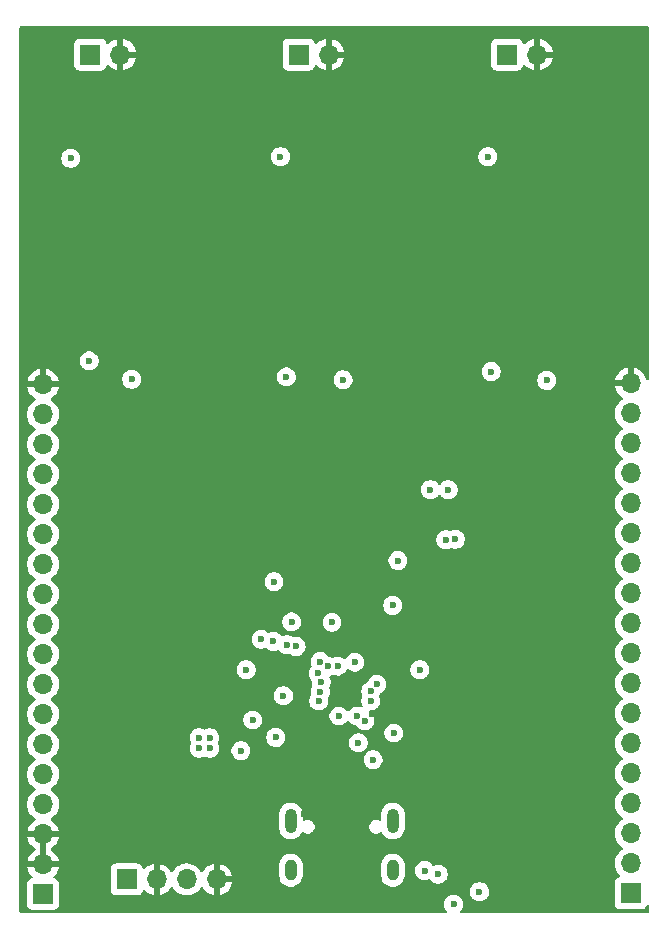
<source format=gbr>
%TF.GenerationSoftware,KiCad,Pcbnew,9.0.0*%
%TF.CreationDate,2025-05-17T06:27:11-04:00*%
%TF.ProjectId,phase-interferometer,70686173-652d-4696-9e74-65726665726f,rev?*%
%TF.SameCoordinates,Original*%
%TF.FileFunction,Copper,L2,Inr*%
%TF.FilePolarity,Positive*%
%FSLAX46Y46*%
G04 Gerber Fmt 4.6, Leading zero omitted, Abs format (unit mm)*
G04 Created by KiCad (PCBNEW 9.0.0) date 2025-05-17 06:27:11*
%MOMM*%
%LPD*%
G01*
G04 APERTURE LIST*
%TA.AperFunction,ComponentPad*%
%ADD10R,1.700000X1.700000*%
%TD*%
%TA.AperFunction,ComponentPad*%
%ADD11O,1.700000X1.700000*%
%TD*%
%TA.AperFunction,HeatsinkPad*%
%ADD12O,1.000000X2.100000*%
%TD*%
%TA.AperFunction,HeatsinkPad*%
%ADD13O,1.000000X1.800000*%
%TD*%
%TA.AperFunction,ViaPad*%
%ADD14C,0.600000*%
%TD*%
G04 APERTURE END LIST*
D10*
%TO.N,Net-(AE3-A)*%
%TO.C,AE3*%
X167677500Y-56360000D03*
D11*
%TO.N,Earth*%
X170217500Y-56360000D03*
%TD*%
D10*
%TO.N,Net-(AE1-A)*%
%TO.C,AE1*%
X132402500Y-56360000D03*
D11*
%TO.N,Earth*%
X134942500Y-56360000D03*
%TD*%
D12*
%TO.N,Net-(J1-SHIELD)*%
%TO.C,J1*%
X149380000Y-121245000D03*
D13*
X149380000Y-125425000D03*
D12*
X158020000Y-121245000D03*
D13*
X158020000Y-125425000D03*
%TD*%
D10*
%TO.N,+3V3*%
%TO.C,J3*%
X128400000Y-127450000D03*
D11*
%TO.N,Earth*%
X128400000Y-124910000D03*
X128400000Y-122370000D03*
%TO.N,/GPIO29_ADC3*%
X128400000Y-119830000D03*
%TO.N,/GPIO25*%
X128400000Y-117290000D03*
%TO.N,/GPIO24*%
X128400000Y-114750000D03*
%TO.N,/GPIO23*%
X128400000Y-112210000D03*
%TO.N,/GPIO22*%
X128400000Y-109670000D03*
%TO.N,/GPIO21*%
X128400000Y-107130000D03*
%TO.N,/GPIO20*%
X128400000Y-104590000D03*
%TO.N,/GPIO19*%
X128400000Y-102050000D03*
%TO.N,/GPIO18*%
X128400000Y-99510000D03*
%TO.N,/GPIO17*%
X128400000Y-96970000D03*
%TO.N,/GPIO16*%
X128400000Y-94430000D03*
%TO.N,/RUN*%
X128400000Y-91890000D03*
%TO.N,/SWD*%
X128400000Y-89350000D03*
%TO.N,/SWCLK*%
X128400000Y-86810000D03*
%TO.N,Earth*%
X128400000Y-84270000D03*
%TD*%
D10*
%TO.N,+3V3*%
%TO.C,J2*%
X178150000Y-127370000D03*
D11*
%TO.N,/GPIO0*%
X178150000Y-124830000D03*
%TO.N,/GPIO1*%
X178150000Y-122290000D03*
%TO.N,/GPIO2*%
X178150000Y-119750000D03*
%TO.N,/GPIO3*%
X178150000Y-117210000D03*
%TO.N,/SDA*%
X178150000Y-114670000D03*
%TO.N,/SCL*%
X178150000Y-112130000D03*
%TO.N,/GPIO6*%
X178150000Y-109590000D03*
%TO.N,/GPIO7*%
X178150000Y-107050000D03*
%TO.N,/GPIO8*%
X178150000Y-104510000D03*
%TO.N,/GPIO9*%
X178150000Y-101970000D03*
%TO.N,/GPIO10*%
X178150000Y-99430000D03*
%TO.N,/GPIO11*%
X178150000Y-96890000D03*
%TO.N,/GPIO12*%
X178150000Y-94350000D03*
%TO.N,/GPIO13*%
X178150000Y-91810000D03*
%TO.N,/GPIO14*%
X178150000Y-89270000D03*
%TO.N,/GPIO15*%
X178150000Y-86730000D03*
%TO.N,Earth*%
X178150000Y-84190000D03*
%TD*%
D10*
%TO.N,Net-(AE2-A)*%
%TO.C,AE2*%
X150040000Y-56360000D03*
D11*
%TO.N,Earth*%
X152580000Y-56360000D03*
%TD*%
D10*
%TO.N,+3V3*%
%TO.C,J4*%
X135480000Y-126200000D03*
D11*
%TO.N,Earth*%
X138020000Y-126200000D03*
%TO.N,+5V*%
X140560000Y-126200000D03*
%TO.N,Earth*%
X143100000Y-126200000D03*
%TD*%
D14*
%TO.N,Earth*%
X152000000Y-89950000D03*
X148550000Y-90000000D03*
X145850000Y-90850000D03*
X143450000Y-92800000D03*
X142950000Y-97300000D03*
X143100000Y-103300000D03*
X143050000Y-105950000D03*
X135250000Y-88300000D03*
X135250000Y-90700000D03*
X135200000Y-93050000D03*
X135300000Y-95600000D03*
X135350000Y-98050000D03*
X135400000Y-100800000D03*
X135350000Y-103150000D03*
X135450000Y-105750000D03*
X165750000Y-106750000D03*
X162900000Y-106750000D03*
X174250000Y-106750000D03*
X145950000Y-114150000D03*
X176200000Y-63100000D03*
X173250000Y-58750000D03*
X176200000Y-67350000D03*
X173250000Y-69375000D03*
X173250000Y-65125000D03*
X176200000Y-58850000D03*
X176200000Y-69475000D03*
X173250000Y-67250000D03*
X176200000Y-60975000D03*
X173250000Y-63000000D03*
X176200000Y-65225000D03*
X173250000Y-60875000D03*
X145450000Y-80575000D03*
X142500000Y-84725000D03*
X142500000Y-74100000D03*
X142500000Y-80475000D03*
X145450000Y-74200000D03*
X145450000Y-84825000D03*
X142500000Y-76225000D03*
X142500000Y-78350000D03*
X145450000Y-76325000D03*
X145450000Y-78450000D03*
X163200000Y-81025000D03*
X160250000Y-85175000D03*
X160250000Y-74550000D03*
X160250000Y-83050000D03*
X160250000Y-80925000D03*
X163200000Y-74650000D03*
X163200000Y-85275000D03*
X160250000Y-76675000D03*
X160250000Y-78800000D03*
X163200000Y-76775000D03*
X163200000Y-83150000D03*
X163200000Y-78900000D03*
X161550000Y-65825000D03*
X158600000Y-67850000D03*
X158600000Y-61475000D03*
X158600000Y-69975000D03*
X155900000Y-59350000D03*
X158600000Y-63600000D03*
X155900000Y-63600000D03*
X155900000Y-69975000D03*
X161550000Y-61575000D03*
X158600000Y-59350000D03*
X155900000Y-61475000D03*
X161550000Y-59450000D03*
X161550000Y-70075000D03*
X158600000Y-65725000D03*
X161550000Y-67950000D03*
X155900000Y-65725000D03*
X155900000Y-67850000D03*
X161550000Y-63700000D03*
X144150000Y-65475000D03*
X141200000Y-67500000D03*
X141200000Y-61125000D03*
X141200000Y-69625000D03*
X138500000Y-59000000D03*
X141200000Y-63250000D03*
X138500000Y-63250000D03*
X138500000Y-69625000D03*
X144150000Y-61225000D03*
X141200000Y-59000000D03*
X138500000Y-61125000D03*
X144150000Y-59100000D03*
X144150000Y-69725000D03*
X141200000Y-65375000D03*
X144150000Y-67600000D03*
X138500000Y-65375000D03*
X138500000Y-67500000D03*
X144150000Y-63350000D03*
X127350000Y-64650000D03*
X127350000Y-81650000D03*
X127350000Y-62525000D03*
X127350000Y-66775000D03*
X127350000Y-77400000D03*
X127350000Y-58275000D03*
X127350000Y-56150000D03*
X127350000Y-60400000D03*
X127350000Y-71025000D03*
X127350000Y-68900000D03*
X127350000Y-73150000D03*
X127350000Y-79525000D03*
X127350000Y-75275000D03*
X145225000Y-54850000D03*
X128225000Y-54850000D03*
X138850000Y-54850000D03*
X140975000Y-54850000D03*
X147350000Y-54850000D03*
X143100000Y-54850000D03*
X160125000Y-54850000D03*
X177125000Y-54850000D03*
X158000000Y-54850000D03*
X162250000Y-54850000D03*
X172875000Y-54850000D03*
X155875000Y-54850000D03*
X164375000Y-54850000D03*
X175000000Y-54850000D03*
X179000000Y-63425000D03*
X179000000Y-80425000D03*
X179000000Y-61300000D03*
X179000000Y-65550000D03*
X179000000Y-76175000D03*
X179000000Y-57050000D03*
X179000000Y-54925000D03*
X179000000Y-59175000D03*
X179000000Y-69800000D03*
X179000000Y-67675000D03*
X179000000Y-71925000D03*
X179000000Y-78300000D03*
X179000000Y-74050000D03*
X165200000Y-96450000D03*
X166950000Y-93650000D03*
X151250000Y-98400000D03*
X158050000Y-95650000D03*
X151800000Y-94350000D03*
X136700000Y-122350000D03*
X136700000Y-118400000D03*
X150500000Y-120670000D03*
X174950000Y-78350000D03*
X174900000Y-84450000D03*
X172900000Y-81600000D03*
X172800000Y-79985000D03*
X174900000Y-80000000D03*
X172800000Y-84900000D03*
X175200000Y-81200000D03*
X175100000Y-87200000D03*
X175550000Y-83500000D03*
X170300000Y-67850000D03*
X172850000Y-87600000D03*
X166350000Y-59885000D03*
X168700000Y-58000000D03*
X169000000Y-60900000D03*
X168850000Y-59850000D03*
X173500000Y-74900000D03*
X166550000Y-61700000D03*
X167550000Y-67800000D03*
X168890000Y-75510000D03*
X167400000Y-70400000D03*
X170100000Y-64500000D03*
X170900000Y-70650000D03*
X166600000Y-58050000D03*
X167600000Y-65200000D03*
X168900000Y-72950000D03*
X168800000Y-78000000D03*
X158100000Y-89650000D03*
X159300000Y-88450000D03*
X157800000Y-87150000D03*
X155050000Y-85200000D03*
X157600000Y-84400000D03*
X155200000Y-87500000D03*
X158250000Y-83450000D03*
X155600000Y-81550000D03*
X157900000Y-81150000D03*
X155500000Y-79935000D03*
X157600000Y-79950000D03*
X153000000Y-67800000D03*
X157650000Y-78300000D03*
X149300000Y-58000000D03*
X149050000Y-59835000D03*
X151400000Y-57950000D03*
X151700000Y-60850000D03*
X152800000Y-64450000D03*
X150300000Y-65150000D03*
X156200000Y-74850000D03*
X151550000Y-59800000D03*
X149250000Y-61650000D03*
X150250000Y-67750000D03*
X153600000Y-70600000D03*
X151500000Y-77950000D03*
X151600000Y-72900000D03*
X151590000Y-75460000D03*
X150100000Y-70350000D03*
X140150000Y-89750000D03*
X141350000Y-88550000D03*
X139850000Y-87250000D03*
X137600000Y-87650000D03*
X137550000Y-84950000D03*
X139650000Y-84500000D03*
X140300000Y-83550000D03*
X139950000Y-81250000D03*
X137650000Y-81650000D03*
X137550000Y-80035000D03*
X139650000Y-80050000D03*
X139700000Y-78400000D03*
X138250000Y-74950000D03*
X131350000Y-58100000D03*
X133450000Y-58050000D03*
X133600000Y-59900000D03*
X131100000Y-59935000D03*
X133750000Y-60950000D03*
X131300000Y-61750000D03*
X132350000Y-65250000D03*
X134850000Y-64550000D03*
X132300000Y-67850000D03*
X135050000Y-67900000D03*
X132150000Y-70450000D03*
X135650000Y-70700000D03*
X133550000Y-78050000D03*
X133650000Y-73000000D03*
X133640000Y-75560000D03*
X132700000Y-121800000D03*
X145750000Y-123150000D03*
X156150000Y-127250000D03*
X153550000Y-127250000D03*
X151000000Y-127200000D03*
X162600000Y-123350000D03*
X170950000Y-123600000D03*
X166450000Y-124500000D03*
X167600000Y-125750000D03*
X175700000Y-108350000D03*
X162400000Y-108950000D03*
X161650000Y-113500000D03*
X157450000Y-117550000D03*
X145850000Y-118550000D03*
X147450000Y-118550000D03*
X149050000Y-118600000D03*
%TO.N,/SDA*%
X156150000Y-111081922D03*
X163298231Y-97396785D03*
%TO.N,/SCL*%
X156149999Y-110281920D03*
X162500000Y-97450000D03*
%TO.N,/SWCLK*%
X153334927Y-108133457D03*
%TO.N,/SWD*%
X152535454Y-108162500D03*
%TO.N,+1V1*%
X153450000Y-112362502D03*
X154800000Y-107800000D03*
%TO.N,/GPIO29_ADC3*%
X146150000Y-112700000D03*
%TO.N,/GPIO25*%
X151741989Y-111094552D03*
%TO.N,/GPIO24*%
X148750000Y-110650000D03*
%TO.N,/GPIO23*%
X151883564Y-110307176D03*
%TO.N,/GPIO22*%
X145600000Y-108450000D03*
%TO.N,/GPIO21*%
X151700000Y-108750000D03*
%TO.N,/GPIO20*%
X146875735Y-105874265D03*
%TO.N,+3V3*%
X151949998Y-109509936D03*
%TO.N,/GPIO19*%
X147900000Y-106050000D03*
%TO.N,/GPIO18*%
X149041213Y-106317648D03*
%TO.N,/RUN*%
X147950000Y-101000000D03*
%TO.N,/GPIO17*%
X149825735Y-106474265D03*
%TO.N,/GPIO16*%
X151850000Y-107750000D03*
%TO.N,/GPIO15*%
X158000000Y-103000000D03*
%TO.N,+3V3*%
X158442393Y-99200000D03*
X162700000Y-93200000D03*
%TO.N,/MX_LO*%
X161200000Y-93200000D03*
%TO.N,/GPIO7*%
X156667471Y-109671816D03*
%TO.N,/QSPI_SD3*%
X163150000Y-128300000D03*
X155086028Y-114637500D03*
%TO.N,/QSPI_SCLK*%
X154967280Y-112362499D03*
X161850000Y-125750000D03*
%TO.N,/QSPI_SD0*%
X160700000Y-125450000D03*
X155647622Y-112783378D03*
%TO.N,/MX_LO*%
X132300000Y-82300000D03*
X149000000Y-83650000D03*
X166350000Y-83200000D03*
%TO.N,Earth*%
X152000000Y-112350000D03*
X156150000Y-108200000D03*
X156218812Y-112223251D03*
%TO.N,+3V3*%
X166050000Y-65000000D03*
X145150000Y-115300000D03*
X158100000Y-113800000D03*
X171050000Y-83950000D03*
X153800000Y-83900000D03*
X165350000Y-127250000D03*
X156342106Y-116062054D03*
X149450735Y-104399265D03*
X142500000Y-115100000D03*
X130750000Y-65150000D03*
X141600000Y-114200000D03*
X142500000Y-114200000D03*
X148104173Y-114176998D03*
X152863279Y-104435448D03*
X160300000Y-108450000D03*
X135900000Y-83850000D03*
X141600000Y-115100000D03*
X148500000Y-65000000D03*
%TD*%
%TA.AperFunction,Conductor*%
%TO.N,Earth*%
G36*
X128650000Y-124476988D02*
G01*
X128592993Y-124444075D01*
X128465826Y-124410000D01*
X128334174Y-124410000D01*
X128207007Y-124444075D01*
X128150000Y-124476988D01*
X128150000Y-122803012D01*
X128207007Y-122835925D01*
X128334174Y-122870000D01*
X128465826Y-122870000D01*
X128592993Y-122835925D01*
X128650000Y-122803012D01*
X128650000Y-124476988D01*
G37*
%TD.AperFunction*%
%TA.AperFunction,Conductor*%
G36*
X179642539Y-53970185D02*
G01*
X179688294Y-54022989D01*
X179699500Y-54074500D01*
X179699500Y-83807273D01*
X179679815Y-83874312D01*
X179627011Y-83920067D01*
X179557853Y-83930011D01*
X179494297Y-83900986D01*
X179457569Y-83845591D01*
X179401095Y-83671782D01*
X179304620Y-83482442D01*
X179179727Y-83310540D01*
X179179723Y-83310535D01*
X179029464Y-83160276D01*
X179029459Y-83160272D01*
X178857557Y-83035379D01*
X178668215Y-82938903D01*
X178466124Y-82873241D01*
X178400000Y-82862768D01*
X178400000Y-83756988D01*
X178342993Y-83724075D01*
X178215826Y-83690000D01*
X178084174Y-83690000D01*
X177957007Y-83724075D01*
X177900000Y-83756988D01*
X177900000Y-82862768D01*
X177899999Y-82862768D01*
X177833875Y-82873241D01*
X177631784Y-82938903D01*
X177442442Y-83035379D01*
X177270540Y-83160272D01*
X177270535Y-83160276D01*
X177120276Y-83310535D01*
X177120272Y-83310540D01*
X176995379Y-83482442D01*
X176898904Y-83671782D01*
X176833242Y-83873870D01*
X176833242Y-83873873D01*
X176822769Y-83940000D01*
X177716988Y-83940000D01*
X177684075Y-83997007D01*
X177650000Y-84124174D01*
X177650000Y-84255826D01*
X177684075Y-84382993D01*
X177716988Y-84440000D01*
X176822769Y-84440000D01*
X176833242Y-84506126D01*
X176833242Y-84506129D01*
X176898904Y-84708217D01*
X176995379Y-84897557D01*
X177120272Y-85069459D01*
X177120276Y-85069464D01*
X177270535Y-85219723D01*
X177270540Y-85219727D01*
X177442444Y-85344622D01*
X177451495Y-85349234D01*
X177502292Y-85397208D01*
X177519087Y-85465029D01*
X177496550Y-85531164D01*
X177451499Y-85570202D01*
X177442182Y-85574949D01*
X177270213Y-85699890D01*
X177119890Y-85850213D01*
X176994951Y-86022179D01*
X176898444Y-86211585D01*
X176832753Y-86413760D01*
X176799500Y-86623713D01*
X176799500Y-86836287D01*
X176832754Y-87046243D01*
X176858746Y-87126239D01*
X176898444Y-87248414D01*
X176994951Y-87437820D01*
X177119890Y-87609786D01*
X177270213Y-87760109D01*
X177442182Y-87885050D01*
X177450946Y-87889516D01*
X177501742Y-87937491D01*
X177518536Y-88005312D01*
X177495998Y-88071447D01*
X177450946Y-88110484D01*
X177442182Y-88114949D01*
X177270213Y-88239890D01*
X177119890Y-88390213D01*
X176994951Y-88562179D01*
X176898444Y-88751585D01*
X176832753Y-88953760D01*
X176799500Y-89163713D01*
X176799500Y-89376287D01*
X176832754Y-89586243D01*
X176858746Y-89666239D01*
X176898444Y-89788414D01*
X176994951Y-89977820D01*
X177119890Y-90149786D01*
X177270213Y-90300109D01*
X177442182Y-90425050D01*
X177450946Y-90429516D01*
X177501742Y-90477491D01*
X177518536Y-90545312D01*
X177495998Y-90611447D01*
X177450946Y-90650484D01*
X177442182Y-90654949D01*
X177270213Y-90779890D01*
X177119890Y-90930213D01*
X176994951Y-91102179D01*
X176898444Y-91291585D01*
X176832753Y-91493760D01*
X176799500Y-91703713D01*
X176799500Y-91916287D01*
X176832754Y-92126243D01*
X176858746Y-92206239D01*
X176898444Y-92328414D01*
X176994951Y-92517820D01*
X177119890Y-92689786D01*
X177270213Y-92840109D01*
X177442182Y-92965050D01*
X177450946Y-92969516D01*
X177501742Y-93017491D01*
X177518536Y-93085312D01*
X177495998Y-93151447D01*
X177450946Y-93190484D01*
X177442182Y-93194949D01*
X177270213Y-93319890D01*
X177119890Y-93470213D01*
X176994951Y-93642179D01*
X176898444Y-93831585D01*
X176832753Y-94033760D01*
X176799500Y-94243713D01*
X176799500Y-94456287D01*
X176832754Y-94666243D01*
X176858746Y-94746239D01*
X176898444Y-94868414D01*
X176994951Y-95057820D01*
X177119890Y-95229786D01*
X177270213Y-95380109D01*
X177442182Y-95505050D01*
X177450946Y-95509516D01*
X177501742Y-95557491D01*
X177518536Y-95625312D01*
X177495998Y-95691447D01*
X177450946Y-95730484D01*
X177442182Y-95734949D01*
X177270213Y-95859890D01*
X177119890Y-96010213D01*
X176994951Y-96182179D01*
X176898444Y-96371585D01*
X176832753Y-96573760D01*
X176799500Y-96783713D01*
X176799500Y-96996286D01*
X176825951Y-97163295D01*
X176832754Y-97206243D01*
X176886338Y-97371158D01*
X176898444Y-97408414D01*
X176994951Y-97597820D01*
X177119890Y-97769786D01*
X177270213Y-97920109D01*
X177442182Y-98045050D01*
X177450946Y-98049516D01*
X177501742Y-98097491D01*
X177518536Y-98165312D01*
X177495998Y-98231447D01*
X177450946Y-98270484D01*
X177442182Y-98274949D01*
X177270213Y-98399890D01*
X177119890Y-98550213D01*
X176994951Y-98722179D01*
X176898444Y-98911585D01*
X176832753Y-99113760D01*
X176806606Y-99278846D01*
X176799500Y-99323713D01*
X176799500Y-99536287D01*
X176832754Y-99746243D01*
X176885766Y-99909397D01*
X176898444Y-99948414D01*
X176994951Y-100137820D01*
X177119890Y-100309786D01*
X177270213Y-100460109D01*
X177442182Y-100585050D01*
X177450946Y-100589516D01*
X177501742Y-100637491D01*
X177518536Y-100705312D01*
X177495998Y-100771447D01*
X177450946Y-100810484D01*
X177442182Y-100814949D01*
X177270213Y-100939890D01*
X177119890Y-101090213D01*
X176994951Y-101262179D01*
X176898444Y-101451585D01*
X176832753Y-101653760D01*
X176799500Y-101863713D01*
X176799500Y-102076286D01*
X176823887Y-102230263D01*
X176832754Y-102286243D01*
X176862636Y-102378211D01*
X176898444Y-102488414D01*
X176994951Y-102677820D01*
X177119890Y-102849786D01*
X177270213Y-103000109D01*
X177442182Y-103125050D01*
X177450946Y-103129516D01*
X177501742Y-103177491D01*
X177518536Y-103245312D01*
X177495998Y-103311447D01*
X177450946Y-103350484D01*
X177442182Y-103354949D01*
X177270213Y-103479890D01*
X177119890Y-103630213D01*
X176994951Y-103802179D01*
X176898444Y-103991585D01*
X176832753Y-104193760D01*
X176806961Y-104356606D01*
X176799500Y-104403713D01*
X176799500Y-104616287D01*
X176832754Y-104826243D01*
X176896052Y-105021054D01*
X176898444Y-105028414D01*
X176994951Y-105217820D01*
X177119890Y-105389786D01*
X177270213Y-105540109D01*
X177442182Y-105665050D01*
X177450946Y-105669516D01*
X177501742Y-105717491D01*
X177518536Y-105785312D01*
X177495998Y-105851447D01*
X177450946Y-105890484D01*
X177442182Y-105894949D01*
X177270213Y-106019890D01*
X177119890Y-106170213D01*
X176994951Y-106342179D01*
X176898444Y-106531585D01*
X176832753Y-106733760D01*
X176813798Y-106853437D01*
X176799500Y-106943713D01*
X176799500Y-107156287D01*
X176802973Y-107178213D01*
X176832354Y-107363721D01*
X176832754Y-107366243D01*
X176889707Y-107541527D01*
X176898444Y-107568414D01*
X176994951Y-107757820D01*
X177119890Y-107929786D01*
X177270213Y-108080109D01*
X177442182Y-108205050D01*
X177450946Y-108209516D01*
X177501742Y-108257491D01*
X177518536Y-108325312D01*
X177495998Y-108391447D01*
X177450946Y-108430484D01*
X177442182Y-108434949D01*
X177270213Y-108559890D01*
X177119890Y-108710213D01*
X176994951Y-108882179D01*
X176898444Y-109071585D01*
X176832753Y-109273760D01*
X176799500Y-109483713D01*
X176799500Y-109696286D01*
X176832606Y-109905313D01*
X176832754Y-109906243D01*
X176887158Y-110073682D01*
X176898444Y-110108414D01*
X176994951Y-110297820D01*
X177119890Y-110469786D01*
X177270213Y-110620109D01*
X177442182Y-110745050D01*
X177450946Y-110749516D01*
X177501742Y-110797491D01*
X177518536Y-110865312D01*
X177495998Y-110931447D01*
X177450946Y-110970484D01*
X177442182Y-110974949D01*
X177270213Y-111099890D01*
X177119890Y-111250213D01*
X176994951Y-111422179D01*
X176898444Y-111611585D01*
X176832753Y-111813760D01*
X176799500Y-112023713D01*
X176799500Y-112236286D01*
X176831978Y-112441348D01*
X176832754Y-112446243D01*
X176890117Y-112622788D01*
X176898444Y-112648414D01*
X176994951Y-112837820D01*
X177119890Y-113009786D01*
X177270213Y-113160109D01*
X177442182Y-113285050D01*
X177450946Y-113289516D01*
X177501742Y-113337491D01*
X177518536Y-113405312D01*
X177495998Y-113471447D01*
X177450946Y-113510484D01*
X177442182Y-113514949D01*
X177270213Y-113639890D01*
X177119890Y-113790213D01*
X176994951Y-113962179D01*
X176898444Y-114151585D01*
X176832753Y-114353760D01*
X176799500Y-114563713D01*
X176799500Y-114776286D01*
X176831368Y-114977497D01*
X176832754Y-114986243D01*
X176895334Y-115178844D01*
X176898444Y-115188414D01*
X176994951Y-115377820D01*
X177119890Y-115549786D01*
X177270213Y-115700109D01*
X177442182Y-115825050D01*
X177450946Y-115829516D01*
X177501742Y-115877491D01*
X177518536Y-115945312D01*
X177495998Y-116011447D01*
X177450946Y-116050484D01*
X177442182Y-116054949D01*
X177270213Y-116179890D01*
X177119890Y-116330213D01*
X176994951Y-116502179D01*
X176898444Y-116691585D01*
X176832753Y-116893760D01*
X176799500Y-117103713D01*
X176799500Y-117316287D01*
X176832754Y-117526243D01*
X176858746Y-117606239D01*
X176898444Y-117728414D01*
X176994951Y-117917820D01*
X177119890Y-118089786D01*
X177270213Y-118240109D01*
X177442182Y-118365050D01*
X177450946Y-118369516D01*
X177501742Y-118417491D01*
X177518536Y-118485312D01*
X177495998Y-118551447D01*
X177450946Y-118590484D01*
X177442182Y-118594949D01*
X177270213Y-118719890D01*
X177119890Y-118870213D01*
X176994951Y-119042179D01*
X176898444Y-119231585D01*
X176832753Y-119433760D01*
X176799500Y-119643713D01*
X176799500Y-119856286D01*
X176831324Y-120057218D01*
X176832754Y-120066243D01*
X176858746Y-120146239D01*
X176898444Y-120268414D01*
X176994951Y-120457820D01*
X177119890Y-120629786D01*
X177270213Y-120780109D01*
X177442182Y-120905050D01*
X177450946Y-120909516D01*
X177501742Y-120957491D01*
X177518536Y-121025312D01*
X177495998Y-121091447D01*
X177450946Y-121130484D01*
X177442182Y-121134949D01*
X177270213Y-121259890D01*
X177119890Y-121410213D01*
X176994951Y-121582179D01*
X176898444Y-121771585D01*
X176832753Y-121973760D01*
X176809591Y-122120000D01*
X176799500Y-122183713D01*
X176799500Y-122396287D01*
X176832754Y-122606243D01*
X176885994Y-122770099D01*
X176898444Y-122808414D01*
X176994951Y-122997820D01*
X177119890Y-123169786D01*
X177270213Y-123320109D01*
X177442182Y-123445050D01*
X177450946Y-123449516D01*
X177501742Y-123497491D01*
X177518536Y-123565312D01*
X177495998Y-123631447D01*
X177450946Y-123670484D01*
X177442182Y-123674949D01*
X177270213Y-123799890D01*
X177119890Y-123950213D01*
X176994951Y-124122179D01*
X176898444Y-124311585D01*
X176832753Y-124513760D01*
X176818620Y-124602993D01*
X176799500Y-124723713D01*
X176799500Y-124936287D01*
X176801498Y-124948903D01*
X176826644Y-125107671D01*
X176832754Y-125146243D01*
X176889385Y-125320535D01*
X176898444Y-125348414D01*
X176994951Y-125537820D01*
X177119890Y-125709786D01*
X177233430Y-125823326D01*
X177266915Y-125884649D01*
X177261931Y-125954341D01*
X177220059Y-126010274D01*
X177189083Y-126027189D01*
X177057669Y-126076203D01*
X177057664Y-126076206D01*
X176942455Y-126162452D01*
X176942452Y-126162455D01*
X176856206Y-126277664D01*
X176856202Y-126277671D01*
X176805908Y-126412517D01*
X176799501Y-126472116D01*
X176799500Y-126472135D01*
X176799500Y-128267870D01*
X176799501Y-128267876D01*
X176805908Y-128327483D01*
X176856202Y-128462328D01*
X176856206Y-128462335D01*
X176942452Y-128577544D01*
X176942455Y-128577547D01*
X177057664Y-128663793D01*
X177057671Y-128663797D01*
X177192517Y-128714091D01*
X177192516Y-128714091D01*
X177199444Y-128714835D01*
X177252127Y-128720500D01*
X179047872Y-128720499D01*
X179107483Y-128714091D01*
X179242331Y-128663796D01*
X179357546Y-128577546D01*
X179443796Y-128462331D01*
X179459318Y-128420715D01*
X179501189Y-128364781D01*
X179566653Y-128340364D01*
X179634926Y-128355215D01*
X179684332Y-128404620D01*
X179699500Y-128464048D01*
X179699500Y-128925500D01*
X179679815Y-128992539D01*
X179627011Y-129038294D01*
X179575500Y-129049500D01*
X163831941Y-129049500D01*
X163764902Y-129029815D01*
X163719147Y-128977011D01*
X163709203Y-128907853D01*
X163738228Y-128844297D01*
X163744260Y-128837819D01*
X163771786Y-128810292D01*
X163771789Y-128810289D01*
X163859394Y-128679179D01*
X163919737Y-128533497D01*
X163950500Y-128378842D01*
X163950500Y-128221158D01*
X163950500Y-128221155D01*
X163950499Y-128221153D01*
X163919738Y-128066510D01*
X163919737Y-128066503D01*
X163919735Y-128066498D01*
X163859397Y-127920827D01*
X163859390Y-127920814D01*
X163771789Y-127789711D01*
X163771786Y-127789707D01*
X163660292Y-127678213D01*
X163660288Y-127678210D01*
X163529185Y-127590609D01*
X163529172Y-127590602D01*
X163383501Y-127530264D01*
X163383489Y-127530261D01*
X163228845Y-127499500D01*
X163228842Y-127499500D01*
X163071158Y-127499500D01*
X163071155Y-127499500D01*
X162916510Y-127530261D01*
X162916498Y-127530264D01*
X162770827Y-127590602D01*
X162770814Y-127590609D01*
X162639711Y-127678210D01*
X162639707Y-127678213D01*
X162528213Y-127789707D01*
X162528210Y-127789711D01*
X162440609Y-127920814D01*
X162440602Y-127920827D01*
X162380264Y-128066498D01*
X162380261Y-128066510D01*
X162349500Y-128221153D01*
X162349500Y-128378846D01*
X162380261Y-128533489D01*
X162380264Y-128533501D01*
X162440602Y-128679172D01*
X162440609Y-128679185D01*
X162528210Y-128810288D01*
X162528213Y-128810292D01*
X162555740Y-128837819D01*
X162589225Y-128899142D01*
X162584241Y-128968834D01*
X162542369Y-129024767D01*
X162476905Y-129049184D01*
X162468059Y-129049500D01*
X126524500Y-129049500D01*
X126457461Y-129029815D01*
X126411706Y-128977011D01*
X126400500Y-128925500D01*
X126400500Y-86703713D01*
X127049500Y-86703713D01*
X127049500Y-86916286D01*
X127070082Y-87046239D01*
X127082754Y-87126243D01*
X127122449Y-87248412D01*
X127148444Y-87328414D01*
X127244951Y-87517820D01*
X127369890Y-87689786D01*
X127520213Y-87840109D01*
X127692182Y-87965050D01*
X127700946Y-87969516D01*
X127751742Y-88017491D01*
X127768536Y-88085312D01*
X127745998Y-88151447D01*
X127700946Y-88190484D01*
X127692182Y-88194949D01*
X127520213Y-88319890D01*
X127369890Y-88470213D01*
X127244951Y-88642179D01*
X127148444Y-88831585D01*
X127082753Y-89033760D01*
X127049500Y-89243713D01*
X127049500Y-89456286D01*
X127070082Y-89586239D01*
X127082754Y-89666243D01*
X127122449Y-89788412D01*
X127148444Y-89868414D01*
X127244951Y-90057820D01*
X127369890Y-90229786D01*
X127520213Y-90380109D01*
X127692182Y-90505050D01*
X127700946Y-90509516D01*
X127751742Y-90557491D01*
X127768536Y-90625312D01*
X127745998Y-90691447D01*
X127700946Y-90730484D01*
X127692182Y-90734949D01*
X127520213Y-90859890D01*
X127369890Y-91010213D01*
X127244951Y-91182179D01*
X127148444Y-91371585D01*
X127082753Y-91573760D01*
X127049500Y-91783713D01*
X127049500Y-91996286D01*
X127070082Y-92126239D01*
X127082754Y-92206243D01*
X127145547Y-92399500D01*
X127148444Y-92408414D01*
X127244951Y-92597820D01*
X127369890Y-92769786D01*
X127520213Y-92920109D01*
X127692182Y-93045050D01*
X127700946Y-93049516D01*
X127751742Y-93097491D01*
X127768536Y-93165312D01*
X127745998Y-93231447D01*
X127700946Y-93270484D01*
X127692182Y-93274949D01*
X127520213Y-93399890D01*
X127369890Y-93550213D01*
X127244951Y-93722179D01*
X127148444Y-93911585D01*
X127082753Y-94113760D01*
X127049500Y-94323713D01*
X127049500Y-94536286D01*
X127070082Y-94666239D01*
X127082754Y-94746243D01*
X127122449Y-94868412D01*
X127148444Y-94948414D01*
X127244951Y-95137820D01*
X127369890Y-95309786D01*
X127520213Y-95460109D01*
X127692182Y-95585050D01*
X127700946Y-95589516D01*
X127751742Y-95637491D01*
X127768536Y-95705312D01*
X127745998Y-95771447D01*
X127700946Y-95810484D01*
X127692182Y-95814949D01*
X127520213Y-95939890D01*
X127369890Y-96090213D01*
X127244951Y-96262179D01*
X127148444Y-96451585D01*
X127082753Y-96653760D01*
X127049500Y-96863713D01*
X127049500Y-97076286D01*
X127082753Y-97286239D01*
X127082753Y-97286241D01*
X127082754Y-97286243D01*
X127144290Y-97475631D01*
X127148444Y-97488414D01*
X127244951Y-97677820D01*
X127369890Y-97849786D01*
X127520213Y-98000109D01*
X127692182Y-98125050D01*
X127700946Y-98129516D01*
X127751742Y-98177491D01*
X127768536Y-98245312D01*
X127745998Y-98311447D01*
X127700946Y-98350484D01*
X127692182Y-98354949D01*
X127520213Y-98479890D01*
X127369890Y-98630213D01*
X127244951Y-98802179D01*
X127148444Y-98991585D01*
X127082753Y-99193760D01*
X127049500Y-99403713D01*
X127049500Y-99616286D01*
X127082048Y-99821789D01*
X127082754Y-99826243D01*
X127139373Y-100000499D01*
X127148444Y-100028414D01*
X127244951Y-100217820D01*
X127369890Y-100389786D01*
X127520213Y-100540109D01*
X127692182Y-100665050D01*
X127700946Y-100669516D01*
X127751742Y-100717491D01*
X127768536Y-100785312D01*
X127745998Y-100851447D01*
X127700946Y-100890484D01*
X127692182Y-100894949D01*
X127520213Y-101019890D01*
X127369890Y-101170213D01*
X127244951Y-101342179D01*
X127148444Y-101531585D01*
X127082753Y-101733760D01*
X127049500Y-101943713D01*
X127049500Y-102156286D01*
X127070774Y-102290609D01*
X127082754Y-102366243D01*
X127122871Y-102489711D01*
X127148444Y-102568414D01*
X127244951Y-102757820D01*
X127369890Y-102929786D01*
X127520213Y-103080109D01*
X127692182Y-103205050D01*
X127700946Y-103209516D01*
X127751742Y-103257491D01*
X127768536Y-103325312D01*
X127745998Y-103391447D01*
X127700946Y-103430484D01*
X127692182Y-103434949D01*
X127520213Y-103559890D01*
X127369890Y-103710213D01*
X127244951Y-103882179D01*
X127148444Y-104071585D01*
X127082753Y-104273760D01*
X127049500Y-104483713D01*
X127049500Y-104696286D01*
X127070082Y-104826239D01*
X127082754Y-104906243D01*
X127147181Y-105104529D01*
X127148444Y-105108414D01*
X127244951Y-105297820D01*
X127369890Y-105469786D01*
X127520213Y-105620109D01*
X127692182Y-105745050D01*
X127700946Y-105749516D01*
X127751742Y-105797491D01*
X127768536Y-105865312D01*
X127745998Y-105931447D01*
X127700946Y-105970484D01*
X127692182Y-105974949D01*
X127520213Y-106099890D01*
X127369890Y-106250213D01*
X127244951Y-106422179D01*
X127148444Y-106611585D01*
X127082753Y-106813760D01*
X127049500Y-107023713D01*
X127049500Y-107236286D01*
X127081228Y-107436613D01*
X127082754Y-107446243D01*
X127122449Y-107568412D01*
X127148444Y-107648414D01*
X127244951Y-107837820D01*
X127369890Y-108009786D01*
X127520213Y-108160109D01*
X127692182Y-108285050D01*
X127700946Y-108289516D01*
X127751742Y-108337491D01*
X127768536Y-108405312D01*
X127745998Y-108471447D01*
X127700946Y-108510484D01*
X127692182Y-108514949D01*
X127520213Y-108639890D01*
X127369890Y-108790213D01*
X127244951Y-108962179D01*
X127148444Y-109151585D01*
X127082753Y-109353760D01*
X127049500Y-109563713D01*
X127049500Y-109776286D01*
X127073528Y-109927997D01*
X127082754Y-109986243D01*
X127146393Y-110182104D01*
X127148444Y-110188414D01*
X127244951Y-110377820D01*
X127369890Y-110549786D01*
X127520213Y-110700109D01*
X127692182Y-110825050D01*
X127700946Y-110829516D01*
X127751742Y-110877491D01*
X127768536Y-110945312D01*
X127745998Y-111011447D01*
X127700946Y-111050484D01*
X127692182Y-111054949D01*
X127520213Y-111179890D01*
X127369890Y-111330213D01*
X127244951Y-111502179D01*
X127148444Y-111691585D01*
X127082753Y-111893760D01*
X127067414Y-111990609D01*
X127049500Y-112103713D01*
X127049500Y-112316287D01*
X127050890Y-112325060D01*
X127082753Y-112526239D01*
X127082753Y-112526241D01*
X127082754Y-112526243D01*
X127140685Y-112704536D01*
X127148444Y-112728414D01*
X127244951Y-112917820D01*
X127369890Y-113089786D01*
X127520213Y-113240109D01*
X127692182Y-113365050D01*
X127700946Y-113369516D01*
X127751742Y-113417491D01*
X127768536Y-113485312D01*
X127745998Y-113551447D01*
X127700946Y-113590484D01*
X127692182Y-113594949D01*
X127520213Y-113719890D01*
X127369890Y-113870213D01*
X127244951Y-114042179D01*
X127148444Y-114231585D01*
X127082753Y-114433760D01*
X127057912Y-114590602D01*
X127049500Y-114643713D01*
X127049500Y-114856287D01*
X127054268Y-114886388D01*
X127075612Y-115021155D01*
X127082754Y-115066243D01*
X127133089Y-115221158D01*
X127148444Y-115268414D01*
X127244951Y-115457820D01*
X127369890Y-115629786D01*
X127520213Y-115780109D01*
X127692182Y-115905050D01*
X127700946Y-115909516D01*
X127751742Y-115957491D01*
X127768536Y-116025312D01*
X127745998Y-116091447D01*
X127700946Y-116130484D01*
X127692182Y-116134949D01*
X127520213Y-116259890D01*
X127369890Y-116410213D01*
X127244951Y-116582179D01*
X127148444Y-116771585D01*
X127082753Y-116973760D01*
X127049500Y-117183713D01*
X127049500Y-117396286D01*
X127070082Y-117526239D01*
X127082754Y-117606243D01*
X127122449Y-117728412D01*
X127148444Y-117808414D01*
X127244951Y-117997820D01*
X127369890Y-118169786D01*
X127520213Y-118320109D01*
X127692182Y-118445050D01*
X127700946Y-118449516D01*
X127751742Y-118497491D01*
X127768536Y-118565312D01*
X127745998Y-118631447D01*
X127700946Y-118670484D01*
X127692182Y-118674949D01*
X127520213Y-118799890D01*
X127369890Y-118950213D01*
X127244951Y-119122179D01*
X127148444Y-119311585D01*
X127082753Y-119513760D01*
X127049500Y-119723713D01*
X127049500Y-119936286D01*
X127070082Y-120066239D01*
X127082754Y-120146243D01*
X127122449Y-120268412D01*
X127148444Y-120348414D01*
X127244951Y-120537820D01*
X127369890Y-120709786D01*
X127520213Y-120860109D01*
X127692179Y-120985048D01*
X127692181Y-120985049D01*
X127692184Y-120985051D01*
X127701493Y-120989794D01*
X127752290Y-121037766D01*
X127769087Y-121105587D01*
X127746552Y-121171722D01*
X127701502Y-121210762D01*
X127692443Y-121215378D01*
X127520540Y-121340272D01*
X127520535Y-121340276D01*
X127370276Y-121490535D01*
X127370272Y-121490540D01*
X127245379Y-121662442D01*
X127148904Y-121851782D01*
X127083242Y-122053870D01*
X127083242Y-122053873D01*
X127072769Y-122120000D01*
X127966988Y-122120000D01*
X127934075Y-122177007D01*
X127900000Y-122304174D01*
X127900000Y-122435826D01*
X127934075Y-122562993D01*
X127966988Y-122620000D01*
X127072769Y-122620000D01*
X127083242Y-122686126D01*
X127083242Y-122686129D01*
X127148904Y-122888217D01*
X127245379Y-123077557D01*
X127370272Y-123249459D01*
X127370276Y-123249464D01*
X127520535Y-123399723D01*
X127520540Y-123399727D01*
X127692444Y-123524622D01*
X127702048Y-123529516D01*
X127752844Y-123577491D01*
X127769638Y-123645312D01*
X127747100Y-123711447D01*
X127702048Y-123750484D01*
X127692444Y-123755377D01*
X127520540Y-123880272D01*
X127520535Y-123880276D01*
X127370276Y-124030535D01*
X127370272Y-124030540D01*
X127245379Y-124202442D01*
X127148904Y-124391782D01*
X127083242Y-124593870D01*
X127083242Y-124593873D01*
X127072769Y-124660000D01*
X127966988Y-124660000D01*
X127934075Y-124717007D01*
X127900000Y-124844174D01*
X127900000Y-124975826D01*
X127934075Y-125102993D01*
X127966988Y-125160000D01*
X127072769Y-125160000D01*
X127083242Y-125226126D01*
X127083242Y-125226129D01*
X127148904Y-125428217D01*
X127245379Y-125617557D01*
X127370272Y-125789459D01*
X127370276Y-125789464D01*
X127483946Y-125903134D01*
X127517431Y-125964457D01*
X127512447Y-126034149D01*
X127470575Y-126090082D01*
X127439598Y-126106997D01*
X127307671Y-126156202D01*
X127307664Y-126156206D01*
X127192455Y-126242452D01*
X127192452Y-126242455D01*
X127106206Y-126357664D01*
X127106202Y-126357671D01*
X127055908Y-126492517D01*
X127050738Y-126540609D01*
X127049501Y-126552123D01*
X127049500Y-126552135D01*
X127049500Y-128347870D01*
X127049501Y-128347876D01*
X127055908Y-128407483D01*
X127106202Y-128542328D01*
X127106206Y-128542335D01*
X127192452Y-128657544D01*
X127192455Y-128657547D01*
X127307664Y-128743793D01*
X127307671Y-128743797D01*
X127442517Y-128794091D01*
X127442516Y-128794091D01*
X127449444Y-128794835D01*
X127502127Y-128800500D01*
X129297872Y-128800499D01*
X129357483Y-128794091D01*
X129492331Y-128743796D01*
X129607546Y-128657546D01*
X129693796Y-128542331D01*
X129744091Y-128407483D01*
X129750500Y-128347873D01*
X129750499Y-126552128D01*
X129744091Y-126492517D01*
X129736486Y-126472128D01*
X129693797Y-126357671D01*
X129693793Y-126357664D01*
X129607547Y-126242455D01*
X129607544Y-126242452D01*
X129492335Y-126156206D01*
X129492328Y-126156202D01*
X129360401Y-126106997D01*
X129304467Y-126065126D01*
X129280050Y-125999662D01*
X129294902Y-125931389D01*
X129316053Y-125903133D01*
X129429728Y-125789458D01*
X129554620Y-125617557D01*
X129651095Y-125428217D01*
X129692062Y-125302135D01*
X134129500Y-125302135D01*
X134129500Y-127097870D01*
X134129501Y-127097876D01*
X134135908Y-127157483D01*
X134186202Y-127292328D01*
X134186206Y-127292335D01*
X134272452Y-127407544D01*
X134272455Y-127407547D01*
X134387664Y-127493793D01*
X134387671Y-127493797D01*
X134522517Y-127544091D01*
X134522516Y-127544091D01*
X134529444Y-127544835D01*
X134582127Y-127550500D01*
X136377872Y-127550499D01*
X136437483Y-127544091D01*
X136572331Y-127493796D01*
X136687546Y-127407546D01*
X136773796Y-127292331D01*
X136823002Y-127160401D01*
X136864872Y-127104468D01*
X136930337Y-127080050D01*
X136998610Y-127094901D01*
X137026865Y-127116053D01*
X137140535Y-127229723D01*
X137140540Y-127229727D01*
X137312442Y-127354620D01*
X137501782Y-127451095D01*
X137703871Y-127516757D01*
X137770000Y-127527231D01*
X137770000Y-126633012D01*
X137827007Y-126665925D01*
X137954174Y-126700000D01*
X138085826Y-126700000D01*
X138212993Y-126665925D01*
X138270000Y-126633012D01*
X138270000Y-127527230D01*
X138336126Y-127516757D01*
X138336129Y-127516757D01*
X138538217Y-127451095D01*
X138727557Y-127354620D01*
X138899459Y-127229727D01*
X138899464Y-127229723D01*
X139049723Y-127079464D01*
X139049727Y-127079459D01*
X139174620Y-126907558D01*
X139179232Y-126898507D01*
X139227205Y-126847709D01*
X139295025Y-126830912D01*
X139361161Y-126853447D01*
X139400204Y-126898504D01*
X139404949Y-126907817D01*
X139529890Y-127079786D01*
X139680213Y-127230109D01*
X139852179Y-127355048D01*
X139852181Y-127355049D01*
X139852184Y-127355051D01*
X140041588Y-127451557D01*
X140243757Y-127517246D01*
X140453713Y-127550500D01*
X140453714Y-127550500D01*
X140666286Y-127550500D01*
X140666287Y-127550500D01*
X140876243Y-127517246D01*
X141078412Y-127451557D01*
X141267816Y-127355051D01*
X141354138Y-127292335D01*
X141439786Y-127230109D01*
X141439788Y-127230106D01*
X141439792Y-127230104D01*
X141590104Y-127079792D01*
X141590106Y-127079788D01*
X141590109Y-127079786D01*
X141657515Y-126987007D01*
X141715051Y-126907816D01*
X141719793Y-126898508D01*
X141767763Y-126847711D01*
X141835583Y-126830911D01*
X141901719Y-126853445D01*
X141940763Y-126898500D01*
X141945377Y-126907555D01*
X142070272Y-127079459D01*
X142070276Y-127079464D01*
X142220535Y-127229723D01*
X142220540Y-127229727D01*
X142392442Y-127354620D01*
X142581782Y-127451095D01*
X142783871Y-127516757D01*
X142850000Y-127527231D01*
X142850000Y-126633012D01*
X142907007Y-126665925D01*
X143034174Y-126700000D01*
X143165826Y-126700000D01*
X143292993Y-126665925D01*
X143350000Y-126633012D01*
X143350000Y-127527230D01*
X143416126Y-127516757D01*
X143416129Y-127516757D01*
X143618217Y-127451095D01*
X143807557Y-127354620D01*
X143979459Y-127229727D01*
X143979464Y-127229723D01*
X144038034Y-127171153D01*
X164549500Y-127171153D01*
X164549500Y-127328846D01*
X164580261Y-127483489D01*
X164580264Y-127483501D01*
X164640602Y-127629172D01*
X164640609Y-127629185D01*
X164728210Y-127760288D01*
X164728213Y-127760292D01*
X164839707Y-127871786D01*
X164839711Y-127871789D01*
X164970814Y-127959390D01*
X164970827Y-127959397D01*
X165116498Y-128019735D01*
X165116503Y-128019737D01*
X165271153Y-128050499D01*
X165271156Y-128050500D01*
X165271158Y-128050500D01*
X165428844Y-128050500D01*
X165428845Y-128050499D01*
X165583497Y-128019737D01*
X165729179Y-127959394D01*
X165860289Y-127871789D01*
X165971789Y-127760289D01*
X166059394Y-127629179D01*
X166119737Y-127483497D01*
X166150500Y-127328842D01*
X166150500Y-127171158D01*
X166150500Y-127171155D01*
X166150499Y-127171153D01*
X166135923Y-127097876D01*
X166119737Y-127016503D01*
X166074719Y-126907818D01*
X166059397Y-126870827D01*
X166059390Y-126870814D01*
X165971789Y-126739711D01*
X165971786Y-126739707D01*
X165860292Y-126628213D01*
X165860288Y-126628210D01*
X165729185Y-126540609D01*
X165729172Y-126540602D01*
X165583501Y-126480264D01*
X165583489Y-126480261D01*
X165428845Y-126449500D01*
X165428842Y-126449500D01*
X165271158Y-126449500D01*
X165271155Y-126449500D01*
X165116510Y-126480261D01*
X165116498Y-126480264D01*
X164970827Y-126540602D01*
X164970814Y-126540609D01*
X164839711Y-126628210D01*
X164839707Y-126628213D01*
X164728213Y-126739707D01*
X164728210Y-126739711D01*
X164640609Y-126870814D01*
X164640602Y-126870827D01*
X164580264Y-127016498D01*
X164580261Y-127016510D01*
X164549500Y-127171153D01*
X144038034Y-127171153D01*
X144129723Y-127079464D01*
X144129727Y-127079459D01*
X144254620Y-126907557D01*
X144351095Y-126718217D01*
X144416757Y-126516129D01*
X144416757Y-126516126D01*
X144427231Y-126450000D01*
X143533012Y-126450000D01*
X143565925Y-126392993D01*
X143600000Y-126265826D01*
X143600000Y-126134174D01*
X143565925Y-126007007D01*
X143533012Y-125950000D01*
X144427231Y-125950000D01*
X144423040Y-125923543D01*
X148379499Y-125923543D01*
X148417947Y-126116829D01*
X148417950Y-126116839D01*
X148493364Y-126298907D01*
X148493371Y-126298920D01*
X148602860Y-126462781D01*
X148602863Y-126462785D01*
X148742214Y-126602136D01*
X148742218Y-126602139D01*
X148906079Y-126711628D01*
X148906092Y-126711635D01*
X149088160Y-126787049D01*
X149088165Y-126787051D01*
X149088169Y-126787051D01*
X149088170Y-126787052D01*
X149281456Y-126825500D01*
X149281459Y-126825500D01*
X149478543Y-126825500D01*
X149608582Y-126799632D01*
X149671835Y-126787051D01*
X149853914Y-126711632D01*
X150017782Y-126602139D01*
X150157139Y-126462782D01*
X150266632Y-126298914D01*
X150342051Y-126116835D01*
X150354632Y-126053582D01*
X150380500Y-125923543D01*
X157019499Y-125923543D01*
X157057947Y-126116829D01*
X157057950Y-126116839D01*
X157133364Y-126298907D01*
X157133371Y-126298920D01*
X157242860Y-126462781D01*
X157242863Y-126462785D01*
X157382214Y-126602136D01*
X157382218Y-126602139D01*
X157546079Y-126711628D01*
X157546092Y-126711635D01*
X157728160Y-126787049D01*
X157728165Y-126787051D01*
X157728169Y-126787051D01*
X157728170Y-126787052D01*
X157921456Y-126825500D01*
X157921459Y-126825500D01*
X158118543Y-126825500D01*
X158248582Y-126799632D01*
X158311835Y-126787051D01*
X158493914Y-126711632D01*
X158657782Y-126602139D01*
X158797139Y-126462782D01*
X158906632Y-126298914D01*
X158982051Y-126116835D01*
X158994632Y-126053582D01*
X159020500Y-125923543D01*
X159020500Y-125371153D01*
X159899500Y-125371153D01*
X159899500Y-125528846D01*
X159930261Y-125683489D01*
X159930264Y-125683501D01*
X159990602Y-125829172D01*
X159990609Y-125829185D01*
X160078210Y-125960288D01*
X160078213Y-125960292D01*
X160189707Y-126071786D01*
X160189711Y-126071789D01*
X160320814Y-126159390D01*
X160320827Y-126159397D01*
X160461172Y-126217529D01*
X160466503Y-126219737D01*
X160621153Y-126250499D01*
X160621156Y-126250500D01*
X160621158Y-126250500D01*
X160778844Y-126250500D01*
X160778845Y-126250499D01*
X160933497Y-126219737D01*
X161049086Y-126171858D01*
X161118554Y-126164390D01*
X161181033Y-126195665D01*
X161199639Y-126217529D01*
X161228210Y-126260288D01*
X161228213Y-126260292D01*
X161339707Y-126371786D01*
X161339711Y-126371789D01*
X161470814Y-126459390D01*
X161470827Y-126459397D01*
X161616498Y-126519735D01*
X161616503Y-126519737D01*
X161771153Y-126550499D01*
X161771156Y-126550500D01*
X161771158Y-126550500D01*
X161928844Y-126550500D01*
X161928845Y-126550499D01*
X162083497Y-126519737D01*
X162198465Y-126472116D01*
X162229172Y-126459397D01*
X162229172Y-126459396D01*
X162229179Y-126459394D01*
X162360289Y-126371789D01*
X162471789Y-126260289D01*
X162559394Y-126129179D01*
X162564510Y-126116829D01*
X162581338Y-126076202D01*
X162619737Y-125983497D01*
X162650500Y-125828842D01*
X162650500Y-125671158D01*
X162650500Y-125671155D01*
X162650499Y-125671153D01*
X162639838Y-125617557D01*
X162619737Y-125516503D01*
X162619735Y-125516498D01*
X162559397Y-125370827D01*
X162559390Y-125370814D01*
X162471789Y-125239711D01*
X162471786Y-125239707D01*
X162360292Y-125128213D01*
X162360288Y-125128210D01*
X162229185Y-125040609D01*
X162229172Y-125040602D01*
X162083501Y-124980264D01*
X162083489Y-124980261D01*
X161928845Y-124949500D01*
X161928842Y-124949500D01*
X161771158Y-124949500D01*
X161771155Y-124949500D01*
X161616510Y-124980261D01*
X161616507Y-124980261D01*
X161500914Y-125028141D01*
X161431444Y-125035609D01*
X161368965Y-125004333D01*
X161350360Y-124982470D01*
X161321789Y-124939711D01*
X161321786Y-124939707D01*
X161210292Y-124828213D01*
X161210288Y-124828210D01*
X161079185Y-124740609D01*
X161079172Y-124740602D01*
X160933501Y-124680264D01*
X160933489Y-124680261D01*
X160778845Y-124649500D01*
X160778842Y-124649500D01*
X160621158Y-124649500D01*
X160621155Y-124649500D01*
X160466510Y-124680261D01*
X160466498Y-124680264D01*
X160320827Y-124740602D01*
X160320814Y-124740609D01*
X160189711Y-124828210D01*
X160189707Y-124828213D01*
X160078213Y-124939707D01*
X160078210Y-124939711D01*
X159990609Y-125070814D01*
X159990602Y-125070827D01*
X159930264Y-125216498D01*
X159930261Y-125216510D01*
X159899500Y-125371153D01*
X159020500Y-125371153D01*
X159020500Y-124926456D01*
X158982052Y-124733170D01*
X158982051Y-124733169D01*
X158982051Y-124733165D01*
X158960139Y-124680264D01*
X158906635Y-124551092D01*
X158906628Y-124551079D01*
X158797139Y-124387218D01*
X158797136Y-124387214D01*
X158657785Y-124247863D01*
X158657781Y-124247860D01*
X158493920Y-124138371D01*
X158493907Y-124138364D01*
X158311839Y-124062950D01*
X158311829Y-124062947D01*
X158118543Y-124024500D01*
X158118541Y-124024500D01*
X157921459Y-124024500D01*
X157921457Y-124024500D01*
X157728170Y-124062947D01*
X157728160Y-124062950D01*
X157546092Y-124138364D01*
X157546079Y-124138371D01*
X157382218Y-124247860D01*
X157382214Y-124247863D01*
X157242863Y-124387214D01*
X157242860Y-124387218D01*
X157133371Y-124551079D01*
X157133364Y-124551092D01*
X157057950Y-124733160D01*
X157057947Y-124733170D01*
X157019500Y-124926456D01*
X157019500Y-124926459D01*
X157019500Y-125923541D01*
X157019500Y-125923543D01*
X157019499Y-125923543D01*
X150380500Y-125923543D01*
X150380500Y-124926456D01*
X150342052Y-124733170D01*
X150342051Y-124733169D01*
X150342051Y-124733165D01*
X150320139Y-124680264D01*
X150266635Y-124551092D01*
X150266628Y-124551079D01*
X150157139Y-124387218D01*
X150157136Y-124387214D01*
X150017785Y-124247863D01*
X150017781Y-124247860D01*
X149853920Y-124138371D01*
X149853907Y-124138364D01*
X149671839Y-124062950D01*
X149671829Y-124062947D01*
X149478543Y-124024500D01*
X149478541Y-124024500D01*
X149281459Y-124024500D01*
X149281457Y-124024500D01*
X149088170Y-124062947D01*
X149088160Y-124062950D01*
X148906092Y-124138364D01*
X148906079Y-124138371D01*
X148742218Y-124247860D01*
X148742214Y-124247863D01*
X148602863Y-124387214D01*
X148602860Y-124387218D01*
X148493371Y-124551079D01*
X148493364Y-124551092D01*
X148417950Y-124733160D01*
X148417947Y-124733170D01*
X148379500Y-124926456D01*
X148379500Y-124926459D01*
X148379500Y-125923541D01*
X148379500Y-125923543D01*
X148379499Y-125923543D01*
X144423040Y-125923543D01*
X144416757Y-125883873D01*
X144416757Y-125883870D01*
X144351095Y-125681782D01*
X144254620Y-125492442D01*
X144129727Y-125320540D01*
X144129723Y-125320535D01*
X143979464Y-125170276D01*
X143979459Y-125170272D01*
X143807557Y-125045379D01*
X143779047Y-125030852D01*
X143618215Y-124948903D01*
X143416124Y-124883241D01*
X143350000Y-124872768D01*
X143350000Y-125766988D01*
X143292993Y-125734075D01*
X143165826Y-125700000D01*
X143034174Y-125700000D01*
X142907007Y-125734075D01*
X142850000Y-125766988D01*
X142850000Y-124872768D01*
X142849999Y-124872768D01*
X142783875Y-124883241D01*
X142581784Y-124948903D01*
X142392442Y-125045379D01*
X142220540Y-125170272D01*
X142220535Y-125170276D01*
X142070276Y-125320535D01*
X142070272Y-125320540D01*
X141945378Y-125492443D01*
X141940762Y-125501502D01*
X141892784Y-125552295D01*
X141824963Y-125569087D01*
X141758829Y-125546546D01*
X141719794Y-125501493D01*
X141715051Y-125492184D01*
X141715049Y-125492181D01*
X141715048Y-125492179D01*
X141590109Y-125320213D01*
X141439786Y-125169890D01*
X141267820Y-125044951D01*
X141078414Y-124948444D01*
X141078413Y-124948443D01*
X141078412Y-124948443D01*
X140876243Y-124882754D01*
X140876241Y-124882753D01*
X140876240Y-124882753D01*
X140714957Y-124857208D01*
X140666287Y-124849500D01*
X140453713Y-124849500D01*
X140405042Y-124857208D01*
X140243760Y-124882753D01*
X140142672Y-124915598D01*
X140109248Y-124926459D01*
X140041585Y-124948444D01*
X139852179Y-125044951D01*
X139680213Y-125169890D01*
X139529890Y-125320213D01*
X139404949Y-125492182D01*
X139400202Y-125501499D01*
X139352227Y-125552293D01*
X139284405Y-125569087D01*
X139218271Y-125546548D01*
X139179234Y-125501495D01*
X139174622Y-125492444D01*
X139049727Y-125320540D01*
X139049723Y-125320535D01*
X138899464Y-125170276D01*
X138899459Y-125170272D01*
X138727557Y-125045379D01*
X138538215Y-124948903D01*
X138336124Y-124883241D01*
X138270000Y-124872768D01*
X138270000Y-125766988D01*
X138212993Y-125734075D01*
X138085826Y-125700000D01*
X137954174Y-125700000D01*
X137827007Y-125734075D01*
X137770000Y-125766988D01*
X137770000Y-124872768D01*
X137769999Y-124872768D01*
X137703875Y-124883241D01*
X137501784Y-124948903D01*
X137312442Y-125045379D01*
X137140541Y-125170271D01*
X137026865Y-125283947D01*
X136965542Y-125317431D01*
X136895850Y-125312447D01*
X136839917Y-125270575D01*
X136823002Y-125239598D01*
X136817978Y-125226129D01*
X136788182Y-125146239D01*
X136773797Y-125107671D01*
X136773793Y-125107664D01*
X136687547Y-124992455D01*
X136687544Y-124992452D01*
X136572335Y-124906206D01*
X136572328Y-124906202D01*
X136437482Y-124855908D01*
X136437483Y-124855908D01*
X136377883Y-124849501D01*
X136377881Y-124849500D01*
X136377873Y-124849500D01*
X136377864Y-124849500D01*
X134582129Y-124849500D01*
X134582123Y-124849501D01*
X134522516Y-124855908D01*
X134387671Y-124906202D01*
X134387664Y-124906206D01*
X134272455Y-124992452D01*
X134272452Y-124992455D01*
X134186206Y-125107664D01*
X134186202Y-125107671D01*
X134135908Y-125242517D01*
X134129501Y-125302116D01*
X134129500Y-125302135D01*
X129692062Y-125302135D01*
X129705591Y-125260496D01*
X129705593Y-125260489D01*
X129716758Y-125226124D01*
X129727231Y-125160000D01*
X128833012Y-125160000D01*
X128865925Y-125102993D01*
X128900000Y-124975826D01*
X128900000Y-124844174D01*
X128865925Y-124717007D01*
X128833012Y-124660000D01*
X129727231Y-124660000D01*
X129716757Y-124593873D01*
X129716757Y-124593870D01*
X129651095Y-124391782D01*
X129554620Y-124202442D01*
X129429727Y-124030540D01*
X129429723Y-124030535D01*
X129279464Y-123880276D01*
X129279459Y-123880272D01*
X129107558Y-123755379D01*
X129097954Y-123750486D01*
X129047157Y-123702512D01*
X129030361Y-123634692D01*
X129052897Y-123568556D01*
X129097954Y-123529514D01*
X129107558Y-123524620D01*
X129279459Y-123399727D01*
X129279464Y-123399723D01*
X129429723Y-123249464D01*
X129429727Y-123249459D01*
X129554620Y-123077557D01*
X129651095Y-122888217D01*
X129716757Y-122686129D01*
X129716757Y-122686126D01*
X129727231Y-122620000D01*
X128833012Y-122620000D01*
X128865925Y-122562993D01*
X128900000Y-122435826D01*
X128900000Y-122304174D01*
X128865925Y-122177007D01*
X128833012Y-122120000D01*
X129727231Y-122120000D01*
X129716757Y-122053873D01*
X129716757Y-122053870D01*
X129664664Y-121893543D01*
X148379499Y-121893543D01*
X148417947Y-122086829D01*
X148417950Y-122086839D01*
X148493364Y-122268907D01*
X148493371Y-122268920D01*
X148602860Y-122432781D01*
X148602863Y-122432785D01*
X148742214Y-122572136D01*
X148742218Y-122572139D01*
X148906079Y-122681628D01*
X148906092Y-122681635D01*
X149088160Y-122757049D01*
X149088165Y-122757051D01*
X149088169Y-122757051D01*
X149088170Y-122757052D01*
X149281456Y-122795500D01*
X149281459Y-122795500D01*
X149478543Y-122795500D01*
X149608582Y-122769632D01*
X149671835Y-122757051D01*
X149843057Y-122686129D01*
X149853907Y-122681635D01*
X149853907Y-122681634D01*
X149853914Y-122681632D01*
X150017782Y-122572139D01*
X150157139Y-122432782D01*
X150266632Y-122268914D01*
X150270540Y-122259478D01*
X150314376Y-122205074D01*
X150380669Y-122183004D01*
X150448369Y-122200279D01*
X150453028Y-122203432D01*
X150456633Y-122205513D01*
X150456635Y-122205515D01*
X150587865Y-122281281D01*
X150734234Y-122320500D01*
X150734236Y-122320500D01*
X150885764Y-122320500D01*
X150885766Y-122320500D01*
X151032135Y-122281281D01*
X151163365Y-122205515D01*
X151270515Y-122098365D01*
X151346281Y-121967135D01*
X151385500Y-121820766D01*
X151385500Y-121669234D01*
X156014500Y-121669234D01*
X156014500Y-121820765D01*
X156053719Y-121967136D01*
X156072330Y-121999370D01*
X156129485Y-122098365D01*
X156236635Y-122205515D01*
X156367865Y-122281281D01*
X156514234Y-122320500D01*
X156514236Y-122320500D01*
X156665764Y-122320500D01*
X156665766Y-122320500D01*
X156812135Y-122281281D01*
X156943365Y-122205515D01*
X156943366Y-122205513D01*
X156950403Y-122201451D01*
X156951749Y-122203783D01*
X157004553Y-122183357D01*
X157073001Y-122197381D01*
X157123001Y-122246185D01*
X157129458Y-122259474D01*
X157133367Y-122268913D01*
X157133371Y-122268920D01*
X157242860Y-122432781D01*
X157242863Y-122432785D01*
X157382214Y-122572136D01*
X157382218Y-122572139D01*
X157546079Y-122681628D01*
X157546092Y-122681635D01*
X157728160Y-122757049D01*
X157728165Y-122757051D01*
X157728169Y-122757051D01*
X157728170Y-122757052D01*
X157921456Y-122795500D01*
X157921459Y-122795500D01*
X158118543Y-122795500D01*
X158248582Y-122769632D01*
X158311835Y-122757051D01*
X158483057Y-122686129D01*
X158493907Y-122681635D01*
X158493907Y-122681634D01*
X158493914Y-122681632D01*
X158657782Y-122572139D01*
X158797139Y-122432782D01*
X158906632Y-122268914D01*
X158982051Y-122086835D01*
X159020500Y-121893541D01*
X159020500Y-120596459D01*
X159020500Y-120596456D01*
X158982052Y-120403170D01*
X158982051Y-120403169D01*
X158982051Y-120403165D01*
X158926235Y-120268412D01*
X158906635Y-120221092D01*
X158906628Y-120221079D01*
X158797139Y-120057218D01*
X158797136Y-120057214D01*
X158657785Y-119917863D01*
X158657781Y-119917860D01*
X158493920Y-119808371D01*
X158493907Y-119808364D01*
X158311839Y-119732950D01*
X158311829Y-119732947D01*
X158118543Y-119694500D01*
X158118541Y-119694500D01*
X157921459Y-119694500D01*
X157921457Y-119694500D01*
X157728170Y-119732947D01*
X157728160Y-119732950D01*
X157546092Y-119808364D01*
X157546079Y-119808371D01*
X157382218Y-119917860D01*
X157382214Y-119917863D01*
X157242863Y-120057214D01*
X157242860Y-120057218D01*
X157133371Y-120221079D01*
X157133364Y-120221092D01*
X157057950Y-120403160D01*
X157057947Y-120403170D01*
X157019500Y-120596456D01*
X157019500Y-121113666D01*
X156999815Y-121180705D01*
X156947011Y-121226460D01*
X156877853Y-121236404D01*
X156833501Y-121221054D01*
X156812137Y-121208719D01*
X156706819Y-121180500D01*
X156665766Y-121169500D01*
X156514234Y-121169500D01*
X156367863Y-121208719D01*
X156236635Y-121284485D01*
X156236632Y-121284487D01*
X156129487Y-121391632D01*
X156129485Y-121391635D01*
X156053719Y-121522863D01*
X156014500Y-121669234D01*
X151385500Y-121669234D01*
X151346281Y-121522865D01*
X151270515Y-121391635D01*
X151163365Y-121284485D01*
X151080087Y-121236404D01*
X151032136Y-121208719D01*
X150926819Y-121180500D01*
X150885766Y-121169500D01*
X150734234Y-121169500D01*
X150587862Y-121208719D01*
X150566499Y-121221054D01*
X150498598Y-121237525D01*
X150432572Y-121214673D01*
X150389382Y-121159751D01*
X150380500Y-121113666D01*
X150380500Y-120596456D01*
X150342052Y-120403170D01*
X150342051Y-120403169D01*
X150342051Y-120403165D01*
X150286235Y-120268412D01*
X150266635Y-120221092D01*
X150266628Y-120221079D01*
X150157139Y-120057218D01*
X150157136Y-120057214D01*
X150017785Y-119917863D01*
X150017781Y-119917860D01*
X149853920Y-119808371D01*
X149853907Y-119808364D01*
X149671839Y-119732950D01*
X149671829Y-119732947D01*
X149478543Y-119694500D01*
X149478541Y-119694500D01*
X149281459Y-119694500D01*
X149281457Y-119694500D01*
X149088170Y-119732947D01*
X149088160Y-119732950D01*
X148906092Y-119808364D01*
X148906079Y-119808371D01*
X148742218Y-119917860D01*
X148742214Y-119917863D01*
X148602863Y-120057214D01*
X148602860Y-120057218D01*
X148493371Y-120221079D01*
X148493364Y-120221092D01*
X148417950Y-120403160D01*
X148417947Y-120403170D01*
X148379500Y-120596456D01*
X148379500Y-120596459D01*
X148379500Y-121893541D01*
X148379500Y-121893543D01*
X148379499Y-121893543D01*
X129664664Y-121893543D01*
X129651095Y-121851782D01*
X129554620Y-121662442D01*
X129429727Y-121490540D01*
X129429723Y-121490535D01*
X129279464Y-121340276D01*
X129279459Y-121340272D01*
X129107555Y-121215377D01*
X129098500Y-121210763D01*
X129047706Y-121162788D01*
X129030912Y-121094966D01*
X129053451Y-121028832D01*
X129098508Y-120989793D01*
X129107816Y-120985051D01*
X129211782Y-120909516D01*
X129279786Y-120860109D01*
X129279788Y-120860106D01*
X129279792Y-120860104D01*
X129430104Y-120709792D01*
X129430106Y-120709788D01*
X129430109Y-120709786D01*
X129555051Y-120537816D01*
X129556962Y-120534067D01*
X129623659Y-120403165D01*
X129651557Y-120348412D01*
X129717246Y-120146243D01*
X129750500Y-119936287D01*
X129750500Y-119723713D01*
X129717246Y-119513757D01*
X129651557Y-119311588D01*
X129555051Y-119122184D01*
X129555049Y-119122181D01*
X129555048Y-119122179D01*
X129430109Y-118950213D01*
X129279786Y-118799890D01*
X129107820Y-118674951D01*
X129107115Y-118674591D01*
X129099054Y-118670485D01*
X129048259Y-118622512D01*
X129031463Y-118554692D01*
X129053999Y-118488556D01*
X129099054Y-118449515D01*
X129107816Y-118445051D01*
X129145749Y-118417491D01*
X129279786Y-118320109D01*
X129279788Y-118320106D01*
X129279792Y-118320104D01*
X129430104Y-118169792D01*
X129430106Y-118169788D01*
X129430109Y-118169786D01*
X129555048Y-117997820D01*
X129555047Y-117997820D01*
X129555051Y-117997816D01*
X129651557Y-117808412D01*
X129717246Y-117606243D01*
X129750500Y-117396287D01*
X129750500Y-117183713D01*
X129717246Y-116973757D01*
X129651557Y-116771588D01*
X129555051Y-116582184D01*
X129555049Y-116582181D01*
X129555048Y-116582179D01*
X129430109Y-116410213D01*
X129279786Y-116259890D01*
X129107820Y-116134951D01*
X129107115Y-116134591D01*
X129099054Y-116130485D01*
X129048259Y-116082512D01*
X129031463Y-116014692D01*
X129053999Y-115948556D01*
X129099054Y-115909515D01*
X129107816Y-115905051D01*
X129156425Y-115869735D01*
X129279786Y-115780109D01*
X129279788Y-115780106D01*
X129279792Y-115780104D01*
X129430104Y-115629792D01*
X129430106Y-115629788D01*
X129430109Y-115629786D01*
X129555048Y-115457820D01*
X129555047Y-115457820D01*
X129555051Y-115457816D01*
X129651557Y-115268412D01*
X129717246Y-115066243D01*
X129750500Y-114856287D01*
X129750500Y-114643713D01*
X129717246Y-114433757D01*
X129651557Y-114231588D01*
X129595288Y-114121153D01*
X140799500Y-114121153D01*
X140799500Y-114278846D01*
X140830261Y-114433489D01*
X140830264Y-114433501D01*
X140890604Y-114579177D01*
X140890605Y-114579179D01*
X140891899Y-114581115D01*
X140892264Y-114582282D01*
X140893476Y-114584549D01*
X140893045Y-114584778D01*
X140912773Y-114647794D01*
X140894285Y-114715173D01*
X140891899Y-114718885D01*
X140890605Y-114720820D01*
X140890604Y-114720822D01*
X140830264Y-114866498D01*
X140830261Y-114866510D01*
X140799500Y-115021153D01*
X140799500Y-115178846D01*
X140830261Y-115333489D01*
X140830264Y-115333501D01*
X140890602Y-115479172D01*
X140890609Y-115479185D01*
X140978210Y-115610288D01*
X140978213Y-115610292D01*
X141089707Y-115721786D01*
X141089711Y-115721789D01*
X141220814Y-115809390D01*
X141220827Y-115809397D01*
X141363652Y-115868556D01*
X141366503Y-115869737D01*
X141521153Y-115900499D01*
X141521156Y-115900500D01*
X141521158Y-115900500D01*
X141678844Y-115900500D01*
X141678845Y-115900499D01*
X141833497Y-115869737D01*
X141979179Y-115809394D01*
X141981110Y-115808103D01*
X141982276Y-115807737D01*
X141984546Y-115806525D01*
X141984776Y-115806955D01*
X142047786Y-115787226D01*
X142115166Y-115805710D01*
X142118850Y-115808077D01*
X142120821Y-115809394D01*
X142120824Y-115809395D01*
X142120827Y-115809397D01*
X142263652Y-115868556D01*
X142266503Y-115869737D01*
X142421153Y-115900499D01*
X142421156Y-115900500D01*
X142421158Y-115900500D01*
X142578844Y-115900500D01*
X142578845Y-115900499D01*
X142733497Y-115869737D01*
X142879179Y-115809394D01*
X143010289Y-115721789D01*
X143121789Y-115610289D01*
X143209394Y-115479179D01*
X143269737Y-115333497D01*
X143292083Y-115221158D01*
X143292084Y-115221153D01*
X144349500Y-115221153D01*
X144349500Y-115378846D01*
X144380261Y-115533489D01*
X144380264Y-115533501D01*
X144440602Y-115679172D01*
X144440609Y-115679185D01*
X144528210Y-115810288D01*
X144528213Y-115810292D01*
X144639707Y-115921786D01*
X144639711Y-115921789D01*
X144770814Y-116009390D01*
X144770827Y-116009397D01*
X144880801Y-116054949D01*
X144916503Y-116069737D01*
X145025646Y-116091447D01*
X145071153Y-116100499D01*
X145071156Y-116100500D01*
X145071158Y-116100500D01*
X145228844Y-116100500D01*
X145228845Y-116100499D01*
X145383497Y-116069737D01*
X145503574Y-116020000D01*
X145529172Y-116009397D01*
X145529172Y-116009396D01*
X145529179Y-116009394D01*
X145568371Y-115983207D01*
X155541606Y-115983207D01*
X155541606Y-116140900D01*
X155572367Y-116295543D01*
X155572370Y-116295555D01*
X155632708Y-116441226D01*
X155632715Y-116441239D01*
X155720316Y-116572342D01*
X155720319Y-116572346D01*
X155831813Y-116683840D01*
X155831817Y-116683843D01*
X155962920Y-116771444D01*
X155962933Y-116771451D01*
X156093800Y-116825657D01*
X156108609Y-116831791D01*
X156263259Y-116862553D01*
X156263262Y-116862554D01*
X156263264Y-116862554D01*
X156420950Y-116862554D01*
X156420951Y-116862553D01*
X156575603Y-116831791D01*
X156721285Y-116771448D01*
X156852395Y-116683843D01*
X156963895Y-116572343D01*
X157051500Y-116441233D01*
X157111843Y-116295551D01*
X157142606Y-116140896D01*
X157142606Y-115983212D01*
X157142606Y-115983209D01*
X157142605Y-115983207D01*
X157135067Y-115945312D01*
X157111843Y-115828557D01*
X157110390Y-115825048D01*
X157051503Y-115682881D01*
X157051496Y-115682868D01*
X156963895Y-115551765D01*
X156963892Y-115551761D01*
X156852398Y-115440267D01*
X156852394Y-115440264D01*
X156721291Y-115352663D01*
X156721278Y-115352656D01*
X156575607Y-115292318D01*
X156575595Y-115292315D01*
X156420951Y-115261554D01*
X156420948Y-115261554D01*
X156263264Y-115261554D01*
X156263261Y-115261554D01*
X156108616Y-115292315D01*
X156108604Y-115292318D01*
X155962933Y-115352656D01*
X155962920Y-115352663D01*
X155831817Y-115440264D01*
X155831813Y-115440267D01*
X155720319Y-115551761D01*
X155720316Y-115551765D01*
X155632715Y-115682868D01*
X155632708Y-115682881D01*
X155572370Y-115828552D01*
X155572367Y-115828564D01*
X155541606Y-115983207D01*
X145568371Y-115983207D01*
X145660289Y-115921789D01*
X145672564Y-115909514D01*
X145692640Y-115889439D01*
X145771786Y-115810292D01*
X145771789Y-115810289D01*
X145859394Y-115679179D01*
X145919737Y-115533497D01*
X145950500Y-115378842D01*
X145950500Y-115221158D01*
X145950500Y-115221155D01*
X145950499Y-115221153D01*
X145943986Y-115188412D01*
X145919737Y-115066503D01*
X145900955Y-115021158D01*
X145859397Y-114920827D01*
X145859390Y-114920814D01*
X145771789Y-114789711D01*
X145771786Y-114789707D01*
X145660292Y-114678213D01*
X145660288Y-114678210D01*
X145529185Y-114590609D01*
X145529172Y-114590602D01*
X145383501Y-114530264D01*
X145383489Y-114530261D01*
X145228845Y-114499500D01*
X145228842Y-114499500D01*
X145071158Y-114499500D01*
X145071155Y-114499500D01*
X144916510Y-114530261D01*
X144916498Y-114530264D01*
X144770827Y-114590602D01*
X144770814Y-114590609D01*
X144639711Y-114678210D01*
X144639707Y-114678213D01*
X144528213Y-114789707D01*
X144528210Y-114789711D01*
X144440609Y-114920814D01*
X144440602Y-114920827D01*
X144380264Y-115066498D01*
X144380261Y-115066510D01*
X144349500Y-115221153D01*
X143292084Y-115221153D01*
X143298107Y-115190875D01*
X143298107Y-115190874D01*
X143300500Y-115178844D01*
X143300500Y-115021155D01*
X143300499Y-115021153D01*
X143280543Y-114920827D01*
X143269737Y-114866503D01*
X143269735Y-114866498D01*
X143209397Y-114720827D01*
X143209394Y-114720822D01*
X143209394Y-114720821D01*
X143208103Y-114718889D01*
X143207737Y-114717723D01*
X143206525Y-114715454D01*
X143206955Y-114715223D01*
X143187226Y-114652214D01*
X143205710Y-114584834D01*
X143208100Y-114581115D01*
X143209394Y-114579179D01*
X143269737Y-114433497D01*
X143300500Y-114278842D01*
X143300500Y-114121158D01*
X143300500Y-114121155D01*
X143299526Y-114116260D01*
X143299526Y-114116258D01*
X143299525Y-114116255D01*
X143295924Y-114098151D01*
X147303673Y-114098151D01*
X147303673Y-114255844D01*
X147334434Y-114410487D01*
X147334437Y-114410499D01*
X147394775Y-114556170D01*
X147394782Y-114556183D01*
X147482383Y-114687286D01*
X147482386Y-114687290D01*
X147593880Y-114798784D01*
X147593884Y-114798787D01*
X147724987Y-114886388D01*
X147725000Y-114886395D01*
X147833050Y-114931150D01*
X147870676Y-114946735D01*
X148025326Y-114977497D01*
X148025329Y-114977498D01*
X148025331Y-114977498D01*
X148183017Y-114977498D01*
X148183018Y-114977497D01*
X148337670Y-114946735D01*
X148483352Y-114886392D01*
X148614462Y-114798787D01*
X148725962Y-114687287D01*
X148811913Y-114558653D01*
X154285528Y-114558653D01*
X154285528Y-114716346D01*
X154316289Y-114870989D01*
X154316292Y-114871001D01*
X154376630Y-115016672D01*
X154376637Y-115016685D01*
X154464238Y-115147788D01*
X154464241Y-115147792D01*
X154575735Y-115259286D01*
X154575739Y-115259289D01*
X154706842Y-115346890D01*
X154706855Y-115346897D01*
X154852526Y-115407235D01*
X154852531Y-115407237D01*
X155007181Y-115437999D01*
X155007184Y-115438000D01*
X155007186Y-115438000D01*
X155164872Y-115438000D01*
X155164873Y-115437999D01*
X155319525Y-115407237D01*
X155465207Y-115346894D01*
X155596317Y-115259289D01*
X155707817Y-115147789D01*
X155795422Y-115016679D01*
X155855765Y-114870997D01*
X155886528Y-114716342D01*
X155886528Y-114558658D01*
X155886528Y-114558655D01*
X155886527Y-114558653D01*
X155861683Y-114433757D01*
X155855765Y-114404003D01*
X155816948Y-114310289D01*
X155795425Y-114258327D01*
X155795418Y-114258314D01*
X155707817Y-114127211D01*
X155707814Y-114127207D01*
X155596320Y-114015713D01*
X155596316Y-114015710D01*
X155465213Y-113928109D01*
X155465200Y-113928102D01*
X155319529Y-113867764D01*
X155319519Y-113867761D01*
X155164873Y-113837000D01*
X155164870Y-113837000D01*
X155007186Y-113837000D01*
X155007183Y-113837000D01*
X154852538Y-113867761D01*
X154852526Y-113867764D01*
X154706855Y-113928102D01*
X154706842Y-113928109D01*
X154575739Y-114015710D01*
X154575735Y-114015713D01*
X154464241Y-114127207D01*
X154464238Y-114127211D01*
X154376637Y-114258314D01*
X154376630Y-114258327D01*
X154316292Y-114403998D01*
X154316289Y-114404010D01*
X154285528Y-114558653D01*
X148811913Y-114558653D01*
X148813567Y-114556177D01*
X148813568Y-114556174D01*
X148813570Y-114556171D01*
X148834718Y-114505114D01*
X148864273Y-114433760D01*
X148873910Y-114410495D01*
X148904673Y-114255840D01*
X148904673Y-114098156D01*
X148904673Y-114098153D01*
X148904672Y-114098151D01*
X148893539Y-114042184D01*
X148873910Y-113943501D01*
X148873908Y-113943496D01*
X148813570Y-113797825D01*
X148813563Y-113797812D01*
X148762341Y-113721153D01*
X157299500Y-113721153D01*
X157299500Y-113878846D01*
X157330261Y-114033489D01*
X157330264Y-114033501D01*
X157390602Y-114179172D01*
X157390609Y-114179185D01*
X157478210Y-114310288D01*
X157478213Y-114310292D01*
X157589707Y-114421786D01*
X157589711Y-114421789D01*
X157720814Y-114509390D01*
X157720827Y-114509397D01*
X157866498Y-114569735D01*
X157866503Y-114569737D01*
X158021153Y-114600499D01*
X158021156Y-114600500D01*
X158021158Y-114600500D01*
X158178844Y-114600500D01*
X158178845Y-114600499D01*
X158333497Y-114569737D01*
X158479179Y-114509394D01*
X158610289Y-114421789D01*
X158721789Y-114310289D01*
X158809394Y-114179179D01*
X158869737Y-114033497D01*
X158900500Y-113878842D01*
X158900500Y-113721158D01*
X158900500Y-113721155D01*
X158900499Y-113721153D01*
X158889669Y-113666709D01*
X158869737Y-113566503D01*
X158865059Y-113555209D01*
X158809397Y-113420827D01*
X158809390Y-113420814D01*
X158721789Y-113289711D01*
X158721786Y-113289707D01*
X158610292Y-113178213D01*
X158610288Y-113178210D01*
X158479185Y-113090609D01*
X158479172Y-113090602D01*
X158333501Y-113030264D01*
X158333489Y-113030261D01*
X158178845Y-112999500D01*
X158178842Y-112999500D01*
X158021158Y-112999500D01*
X158021155Y-112999500D01*
X157866510Y-113030261D01*
X157866498Y-113030264D01*
X157720827Y-113090602D01*
X157720814Y-113090609D01*
X157589711Y-113178210D01*
X157589707Y-113178213D01*
X157478213Y-113289707D01*
X157478210Y-113289711D01*
X157390609Y-113420814D01*
X157390602Y-113420827D01*
X157330264Y-113566498D01*
X157330261Y-113566510D01*
X157299500Y-113721153D01*
X148762341Y-113721153D01*
X148725962Y-113666709D01*
X148725959Y-113666705D01*
X148614465Y-113555211D01*
X148614461Y-113555208D01*
X148483358Y-113467607D01*
X148483345Y-113467600D01*
X148337674Y-113407262D01*
X148337662Y-113407259D01*
X148183018Y-113376498D01*
X148183015Y-113376498D01*
X148025331Y-113376498D01*
X148025328Y-113376498D01*
X147870683Y-113407259D01*
X147870671Y-113407262D01*
X147725000Y-113467600D01*
X147724987Y-113467607D01*
X147593884Y-113555208D01*
X147593880Y-113555211D01*
X147482386Y-113666705D01*
X147482383Y-113666709D01*
X147394782Y-113797812D01*
X147394775Y-113797825D01*
X147334437Y-113943496D01*
X147334434Y-113943508D01*
X147303673Y-114098151D01*
X143295924Y-114098151D01*
X143283061Y-114033489D01*
X143269737Y-113966503D01*
X143229851Y-113870208D01*
X143209397Y-113820827D01*
X143209390Y-113820814D01*
X143121789Y-113689711D01*
X143121786Y-113689707D01*
X143010292Y-113578213D01*
X143010288Y-113578210D01*
X142879185Y-113490609D01*
X142879172Y-113490602D01*
X142733501Y-113430264D01*
X142733489Y-113430261D01*
X142578845Y-113399500D01*
X142578842Y-113399500D01*
X142421158Y-113399500D01*
X142421155Y-113399500D01*
X142266510Y-113430261D01*
X142266498Y-113430264D01*
X142120822Y-113490604D01*
X142120820Y-113490605D01*
X142118885Y-113491899D01*
X142117717Y-113492264D01*
X142115451Y-113493476D01*
X142115221Y-113493045D01*
X142052206Y-113512773D01*
X141984827Y-113494285D01*
X141981115Y-113491899D01*
X141979179Y-113490605D01*
X141979177Y-113490604D01*
X141833501Y-113430264D01*
X141833489Y-113430261D01*
X141678845Y-113399500D01*
X141678842Y-113399500D01*
X141521158Y-113399500D01*
X141521155Y-113399500D01*
X141366510Y-113430261D01*
X141366498Y-113430264D01*
X141220827Y-113490602D01*
X141220814Y-113490609D01*
X141089711Y-113578210D01*
X141089707Y-113578213D01*
X140978213Y-113689707D01*
X140978210Y-113689711D01*
X140890609Y-113820814D01*
X140890602Y-113820827D01*
X140830264Y-113966498D01*
X140830261Y-113966510D01*
X140799500Y-114121153D01*
X129595288Y-114121153D01*
X129555051Y-114042184D01*
X129535819Y-114015713D01*
X129430109Y-113870213D01*
X129279786Y-113719890D01*
X129107820Y-113594951D01*
X129107115Y-113594591D01*
X129099054Y-113590485D01*
X129048259Y-113542512D01*
X129031463Y-113474692D01*
X129053999Y-113408556D01*
X129099054Y-113369515D01*
X129107816Y-113365051D01*
X129145749Y-113337491D01*
X129279786Y-113240109D01*
X129279788Y-113240106D01*
X129279792Y-113240104D01*
X129430104Y-113089792D01*
X129430106Y-113089788D01*
X129430109Y-113089786D01*
X129555048Y-112917820D01*
X129555047Y-112917820D01*
X129555051Y-112917816D01*
X129651557Y-112728412D01*
X129686408Y-112621153D01*
X145349500Y-112621153D01*
X145349500Y-112778846D01*
X145380261Y-112933489D01*
X145380264Y-112933501D01*
X145440602Y-113079172D01*
X145440609Y-113079185D01*
X145528210Y-113210288D01*
X145528213Y-113210292D01*
X145639707Y-113321786D01*
X145639711Y-113321789D01*
X145770814Y-113409390D01*
X145770827Y-113409397D01*
X145916498Y-113469735D01*
X145916503Y-113469737D01*
X146060817Y-113498443D01*
X146071153Y-113500499D01*
X146071156Y-113500500D01*
X146071158Y-113500500D01*
X146228844Y-113500500D01*
X146228845Y-113500499D01*
X146383497Y-113469737D01*
X146501592Y-113420821D01*
X146529172Y-113409397D01*
X146529172Y-113409396D01*
X146529179Y-113409394D01*
X146660289Y-113321789D01*
X146771789Y-113210289D01*
X146859394Y-113079179D01*
X146862410Y-113071899D01*
X146879655Y-113030264D01*
X146919737Y-112933497D01*
X146950500Y-112778842D01*
X146950500Y-112621158D01*
X146950500Y-112621155D01*
X146950499Y-112621153D01*
X146945496Y-112596003D01*
X146919737Y-112466503D01*
X146911345Y-112446243D01*
X146861150Y-112325060D01*
X146861134Y-112325022D01*
X146859394Y-112320821D01*
X146859391Y-112320816D01*
X146859390Y-112320814D01*
X146834561Y-112283655D01*
X152649500Y-112283655D01*
X152649500Y-112441348D01*
X152680261Y-112595991D01*
X152680264Y-112596003D01*
X152740602Y-112741674D01*
X152740609Y-112741687D01*
X152828210Y-112872790D01*
X152828213Y-112872794D01*
X152939707Y-112984288D01*
X152939711Y-112984291D01*
X153070814Y-113071892D01*
X153070827Y-113071899D01*
X153216491Y-113132234D01*
X153216503Y-113132239D01*
X153356589Y-113160104D01*
X153371153Y-113163001D01*
X153371156Y-113163002D01*
X153371158Y-113163002D01*
X153528844Y-113163002D01*
X153528845Y-113163001D01*
X153683497Y-113132239D01*
X153829179Y-113071896D01*
X153960289Y-112984291D01*
X154071789Y-112872791D01*
X154105537Y-112822282D01*
X154159149Y-112777477D01*
X154228473Y-112768768D01*
X154291501Y-112798922D01*
X154311741Y-112822280D01*
X154345488Y-112872785D01*
X154345493Y-112872791D01*
X154456987Y-112984285D01*
X154456991Y-112984288D01*
X154588094Y-113071889D01*
X154588107Y-113071896D01*
X154733778Y-113132234D01*
X154733783Y-113132236D01*
X154792047Y-113143825D01*
X154894412Y-113164188D01*
X154893919Y-113166665D01*
X154948464Y-113188685D01*
X154974634Y-113217043D01*
X155025832Y-113293666D01*
X155025835Y-113293670D01*
X155137329Y-113405164D01*
X155137333Y-113405167D01*
X155268436Y-113492768D01*
X155268449Y-113492775D01*
X155388527Y-113542512D01*
X155414125Y-113553115D01*
X155568775Y-113583877D01*
X155568778Y-113583878D01*
X155568780Y-113583878D01*
X155726466Y-113583878D01*
X155726467Y-113583877D01*
X155881119Y-113553115D01*
X156023148Y-113494285D01*
X156026794Y-113492775D01*
X156026794Y-113492774D01*
X156026801Y-113492772D01*
X156157911Y-113405167D01*
X156269411Y-113293667D01*
X156357016Y-113162557D01*
X156417359Y-113016875D01*
X156448122Y-112862220D01*
X156448122Y-112704536D01*
X156448122Y-112704533D01*
X156448121Y-112704531D01*
X156417359Y-112549881D01*
X156407566Y-112526239D01*
X156357019Y-112404205D01*
X156357012Y-112404192D01*
X156269411Y-112273089D01*
X156269408Y-112273085D01*
X156157914Y-112161591D01*
X156157910Y-112161588D01*
X156079991Y-112109524D01*
X156035186Y-112055912D01*
X156026479Y-111986587D01*
X156056634Y-111923559D01*
X156116077Y-111886840D01*
X156148882Y-111882422D01*
X156228844Y-111882422D01*
X156228845Y-111882421D01*
X156383497Y-111851659D01*
X156529179Y-111791316D01*
X156660289Y-111703711D01*
X156771789Y-111592211D01*
X156859394Y-111461101D01*
X156863786Y-111450499D01*
X156914504Y-111328053D01*
X156919737Y-111315419D01*
X156950500Y-111160764D01*
X156950500Y-111003080D01*
X156950500Y-111003077D01*
X156950499Y-111003075D01*
X156939009Y-110945312D01*
X156919737Y-110848425D01*
X156911904Y-110829514D01*
X156870424Y-110729371D01*
X156867400Y-110701253D01*
X156861261Y-110673651D01*
X156863434Y-110664358D01*
X156862955Y-110659902D01*
X156868602Y-110639128D01*
X156869458Y-110636799D01*
X156919736Y-110515417D01*
X156926393Y-110481944D01*
X156929736Y-110472854D01*
X156945002Y-110452261D01*
X156956884Y-110429545D01*
X156966901Y-110422721D01*
X156971346Y-110416726D01*
X156981146Y-110413018D01*
X156998666Y-110401084D01*
X157046650Y-110381210D01*
X157177760Y-110293605D01*
X157289260Y-110182105D01*
X157376865Y-110050995D01*
X157377928Y-110048430D01*
X157427816Y-109927988D01*
X157437208Y-109905313D01*
X157467971Y-109750658D01*
X157467971Y-109592974D01*
X157467971Y-109592971D01*
X157467970Y-109592969D01*
X157446237Y-109483713D01*
X157437208Y-109438319D01*
X157426758Y-109413091D01*
X157376868Y-109292643D01*
X157376861Y-109292630D01*
X157289260Y-109161527D01*
X157289257Y-109161523D01*
X157177763Y-109050029D01*
X157177759Y-109050026D01*
X157046656Y-108962425D01*
X157046643Y-108962418D01*
X156900972Y-108902080D01*
X156900960Y-108902077D01*
X156746316Y-108871316D01*
X156746313Y-108871316D01*
X156588629Y-108871316D01*
X156588626Y-108871316D01*
X156433981Y-108902077D01*
X156433969Y-108902080D01*
X156288298Y-108962418D01*
X156288285Y-108962425D01*
X156157182Y-109050026D01*
X156157178Y-109050029D01*
X156045684Y-109161523D01*
X156045681Y-109161527D01*
X155958080Y-109292630D01*
X155958073Y-109292643D01*
X155897735Y-109438314D01*
X155897732Y-109438323D01*
X155892967Y-109462282D01*
X155860581Y-109524192D01*
X155818804Y-109552650D01*
X155770820Y-109572526D01*
X155770813Y-109572529D01*
X155639710Y-109660130D01*
X155639706Y-109660133D01*
X155528212Y-109771627D01*
X155528209Y-109771631D01*
X155440608Y-109902734D01*
X155440601Y-109902747D01*
X155380263Y-110048418D01*
X155380260Y-110048430D01*
X155349499Y-110203073D01*
X155349499Y-110360766D01*
X155380260Y-110515409D01*
X155380263Y-110515421D01*
X155429574Y-110634470D01*
X155437043Y-110703940D01*
X155429574Y-110729374D01*
X155380264Y-110848420D01*
X155380261Y-110848432D01*
X155349500Y-111003075D01*
X155349500Y-111160768D01*
X155380261Y-111315411D01*
X155380264Y-111315423D01*
X155441545Y-111463369D01*
X155449014Y-111532838D01*
X155417739Y-111595317D01*
X155357650Y-111630969D01*
X155287824Y-111628475D01*
X155279533Y-111625383D01*
X155229946Y-111604844D01*
X155200777Y-111592762D01*
X155200773Y-111592761D01*
X155200769Y-111592760D01*
X155046125Y-111561999D01*
X155046122Y-111561999D01*
X154888438Y-111561999D01*
X154888435Y-111561999D01*
X154733790Y-111592760D01*
X154733778Y-111592763D01*
X154588107Y-111653101D01*
X154588094Y-111653108D01*
X154456991Y-111740709D01*
X154456987Y-111740712D01*
X154345491Y-111852208D01*
X154311739Y-111902721D01*
X154258126Y-111947525D01*
X154188801Y-111956231D01*
X154125774Y-111926075D01*
X154105535Y-111902718D01*
X154071787Y-111852210D01*
X153960292Y-111740715D01*
X153960288Y-111740712D01*
X153829185Y-111653111D01*
X153829172Y-111653104D01*
X153683501Y-111592766D01*
X153683489Y-111592763D01*
X153528845Y-111562002D01*
X153528842Y-111562002D01*
X153371158Y-111562002D01*
X153371155Y-111562002D01*
X153216510Y-111592763D01*
X153216498Y-111592766D01*
X153070827Y-111653104D01*
X153070814Y-111653111D01*
X152939711Y-111740712D01*
X152939707Y-111740715D01*
X152828213Y-111852209D01*
X152828210Y-111852213D01*
X152740609Y-111983316D01*
X152740602Y-111983329D01*
X152680264Y-112129000D01*
X152680261Y-112129012D01*
X152649500Y-112283655D01*
X146834561Y-112283655D01*
X146771789Y-112189711D01*
X146771786Y-112189707D01*
X146660292Y-112078213D01*
X146660288Y-112078210D01*
X146529185Y-111990609D01*
X146529172Y-111990602D01*
X146383501Y-111930264D01*
X146383489Y-111930261D01*
X146228845Y-111899500D01*
X146228842Y-111899500D01*
X146071158Y-111899500D01*
X146071155Y-111899500D01*
X145916510Y-111930261D01*
X145916498Y-111930264D01*
X145770827Y-111990602D01*
X145770814Y-111990609D01*
X145639711Y-112078210D01*
X145639707Y-112078213D01*
X145528213Y-112189707D01*
X145528210Y-112189711D01*
X145440609Y-112320814D01*
X145440602Y-112320827D01*
X145380264Y-112466498D01*
X145380261Y-112466510D01*
X145349500Y-112621153D01*
X129686408Y-112621153D01*
X129717246Y-112526243D01*
X129750500Y-112316287D01*
X129750500Y-112103713D01*
X129717246Y-111893757D01*
X129651557Y-111691588D01*
X129555051Y-111502184D01*
X129555049Y-111502181D01*
X129555048Y-111502179D01*
X129430109Y-111330213D01*
X129279786Y-111179890D01*
X129107820Y-111054951D01*
X129107115Y-111054591D01*
X129099054Y-111050485D01*
X129048259Y-111002512D01*
X129031463Y-110934692D01*
X129053999Y-110868556D01*
X129099054Y-110829515D01*
X129107816Y-110825051D01*
X129145749Y-110797491D01*
X129279786Y-110700109D01*
X129279788Y-110700106D01*
X129279792Y-110700104D01*
X129408743Y-110571153D01*
X147949500Y-110571153D01*
X147949500Y-110728846D01*
X147980261Y-110883489D01*
X147980264Y-110883501D01*
X148040602Y-111029172D01*
X148040609Y-111029185D01*
X148128210Y-111160288D01*
X148128213Y-111160292D01*
X148239707Y-111271786D01*
X148239711Y-111271789D01*
X148370814Y-111359390D01*
X148370827Y-111359397D01*
X148516498Y-111419735D01*
X148516503Y-111419737D01*
X148671153Y-111450499D01*
X148671156Y-111450500D01*
X148671158Y-111450500D01*
X148828844Y-111450500D01*
X148828845Y-111450499D01*
X148983497Y-111419737D01*
X149129179Y-111359394D01*
X149260289Y-111271789D01*
X149371789Y-111160289D01*
X149459394Y-111029179D01*
X149519737Y-110883497D01*
X149550500Y-110728842D01*
X149550500Y-110571158D01*
X149550500Y-110571155D01*
X149550499Y-110571153D01*
X149544436Y-110540673D01*
X149519737Y-110416503D01*
X149519735Y-110416498D01*
X149459397Y-110270827D01*
X149459390Y-110270814D01*
X149371789Y-110139711D01*
X149371786Y-110139707D01*
X149260292Y-110028213D01*
X149260288Y-110028210D01*
X149129185Y-109940609D01*
X149129172Y-109940602D01*
X148983501Y-109880264D01*
X148983489Y-109880261D01*
X148828845Y-109849500D01*
X148828842Y-109849500D01*
X148671158Y-109849500D01*
X148671155Y-109849500D01*
X148516510Y-109880261D01*
X148516498Y-109880264D01*
X148370827Y-109940602D01*
X148370814Y-109940609D01*
X148239711Y-110028210D01*
X148239707Y-110028213D01*
X148128213Y-110139707D01*
X148128210Y-110139711D01*
X148040609Y-110270814D01*
X148040602Y-110270827D01*
X147980264Y-110416498D01*
X147980261Y-110416510D01*
X147949500Y-110571153D01*
X129408743Y-110571153D01*
X129430104Y-110549792D01*
X129555051Y-110377816D01*
X129651557Y-110188412D01*
X129717246Y-109986243D01*
X129750500Y-109776287D01*
X129750500Y-109563713D01*
X129717246Y-109353757D01*
X129651557Y-109151588D01*
X129555051Y-108962184D01*
X129555049Y-108962181D01*
X129555048Y-108962179D01*
X129430109Y-108790213D01*
X129279786Y-108639890D01*
X129107820Y-108514951D01*
X129103276Y-108512636D01*
X129099054Y-108510485D01*
X129094834Y-108506499D01*
X129089251Y-108504914D01*
X129069723Y-108482783D01*
X129048259Y-108462512D01*
X129046863Y-108456876D01*
X129043023Y-108452524D01*
X129038559Y-108423345D01*
X129031463Y-108394692D01*
X129033335Y-108389197D01*
X129032457Y-108383458D01*
X129037943Y-108371153D01*
X144799500Y-108371153D01*
X144799500Y-108528846D01*
X144830261Y-108683489D01*
X144830264Y-108683501D01*
X144890602Y-108829172D01*
X144890609Y-108829185D01*
X144978210Y-108960288D01*
X144978213Y-108960292D01*
X145089707Y-109071786D01*
X145089711Y-109071789D01*
X145220814Y-109159390D01*
X145220827Y-109159397D01*
X145366498Y-109219735D01*
X145366503Y-109219737D01*
X145488355Y-109243975D01*
X145521153Y-109250499D01*
X145521156Y-109250500D01*
X145521158Y-109250500D01*
X145678844Y-109250500D01*
X145678845Y-109250499D01*
X145833497Y-109219737D01*
X145946166Y-109173067D01*
X145979172Y-109159397D01*
X145979172Y-109159396D01*
X145979179Y-109159394D01*
X146110289Y-109071789D01*
X146221789Y-108960289D01*
X146309394Y-108829179D01*
X146369737Y-108683497D01*
X146372192Y-108671153D01*
X150899500Y-108671153D01*
X150899500Y-108828846D01*
X150930261Y-108983489D01*
X150930264Y-108983501D01*
X150990602Y-109129172D01*
X150990609Y-109129185D01*
X151078210Y-109260288D01*
X151078213Y-109260292D01*
X151119141Y-109301219D01*
X151152627Y-109362542D01*
X151153079Y-109413091D01*
X151149498Y-109431095D01*
X151149498Y-109588782D01*
X151180259Y-109743425D01*
X151180261Y-109743433D01*
X151199759Y-109790505D01*
X151207228Y-109859975D01*
X151188301Y-109906847D01*
X151174175Y-109927988D01*
X151174166Y-109928004D01*
X151113828Y-110073674D01*
X151113825Y-110073686D01*
X151083064Y-110228329D01*
X151083064Y-110386022D01*
X151111949Y-110531237D01*
X151105722Y-110600829D01*
X151093435Y-110624318D01*
X151032597Y-110715368D01*
X151032591Y-110715379D01*
X150972253Y-110861050D01*
X150972250Y-110861062D01*
X150941489Y-111015705D01*
X150941489Y-111173398D01*
X150972250Y-111328041D01*
X150972253Y-111328053D01*
X151032591Y-111473724D01*
X151032598Y-111473737D01*
X151120199Y-111604840D01*
X151120202Y-111604844D01*
X151231696Y-111716338D01*
X151231700Y-111716341D01*
X151362803Y-111803942D01*
X151362816Y-111803949D01*
X151508487Y-111864287D01*
X151508492Y-111864289D01*
X151621863Y-111886840D01*
X151663142Y-111895051D01*
X151663145Y-111895052D01*
X151663147Y-111895052D01*
X151820833Y-111895052D01*
X151820834Y-111895051D01*
X151975486Y-111864289D01*
X152097482Y-111813757D01*
X152121161Y-111803949D01*
X152121161Y-111803948D01*
X152121168Y-111803946D01*
X152252278Y-111716341D01*
X152363778Y-111604841D01*
X152451383Y-111473731D01*
X152456615Y-111461101D01*
X152498741Y-111359397D01*
X152511726Y-111328049D01*
X152542489Y-111173394D01*
X152542489Y-111015710D01*
X152542489Y-111015707D01*
X152513603Y-110870491D01*
X152519830Y-110800899D01*
X152532118Y-110777408D01*
X152550756Y-110749514D01*
X152592958Y-110686355D01*
X152653301Y-110540673D01*
X152684064Y-110386018D01*
X152684064Y-110228334D01*
X152684064Y-110228331D01*
X152684063Y-110228329D01*
X152674868Y-110182104D01*
X152653301Y-110073679D01*
X152633801Y-110026603D01*
X152626333Y-109957137D01*
X152645262Y-109910261D01*
X152659392Y-109889115D01*
X152719735Y-109743433D01*
X152750498Y-109588778D01*
X152750498Y-109431094D01*
X152750498Y-109431091D01*
X152750497Y-109431089D01*
X152735115Y-109353760D01*
X152719735Y-109276439D01*
X152708991Y-109250500D01*
X152659395Y-109130763D01*
X152659387Y-109130749D01*
X152658261Y-109129063D01*
X152657942Y-109128044D01*
X152656519Y-109125382D01*
X152657024Y-109125112D01*
X152637385Y-109062386D01*
X152655871Y-108995006D01*
X152707851Y-108948317D01*
X152718303Y-108943892D01*
X152727523Y-108940477D01*
X152768951Y-108932237D01*
X152914633Y-108871894D01*
X152917007Y-108870307D01*
X152926865Y-108866657D01*
X152953598Y-108864807D01*
X152979828Y-108859336D01*
X152991628Y-108862177D01*
X152996568Y-108861836D01*
X153001535Y-108864563D01*
X153017376Y-108868378D01*
X153101430Y-108903194D01*
X153247438Y-108932237D01*
X153256080Y-108933956D01*
X153256083Y-108933957D01*
X153256085Y-108933957D01*
X153413771Y-108933957D01*
X153413772Y-108933956D01*
X153568424Y-108903194D01*
X153714106Y-108842851D01*
X153845216Y-108755246D01*
X153956716Y-108643746D01*
X154044321Y-108512636D01*
X154071785Y-108446331D01*
X154115624Y-108391930D01*
X154181918Y-108369865D01*
X154249617Y-108387144D01*
X154274026Y-108406105D01*
X154289707Y-108421786D01*
X154289711Y-108421789D01*
X154420814Y-108509390D01*
X154420827Y-108509397D01*
X154566498Y-108569735D01*
X154566503Y-108569737D01*
X154721153Y-108600499D01*
X154721156Y-108600500D01*
X154721158Y-108600500D01*
X154878844Y-108600500D01*
X154878845Y-108600499D01*
X155033497Y-108569737D01*
X155176543Y-108510486D01*
X155179172Y-108509397D01*
X155179172Y-108509396D01*
X155179179Y-108509394D01*
X155310289Y-108421789D01*
X155360925Y-108371153D01*
X159499500Y-108371153D01*
X159499500Y-108528846D01*
X159530261Y-108683489D01*
X159530264Y-108683501D01*
X159590602Y-108829172D01*
X159590609Y-108829185D01*
X159678210Y-108960288D01*
X159678213Y-108960292D01*
X159789707Y-109071786D01*
X159789711Y-109071789D01*
X159920814Y-109159390D01*
X159920827Y-109159397D01*
X160066498Y-109219735D01*
X160066503Y-109219737D01*
X160188355Y-109243975D01*
X160221153Y-109250499D01*
X160221156Y-109250500D01*
X160221158Y-109250500D01*
X160378844Y-109250500D01*
X160378845Y-109250499D01*
X160533497Y-109219737D01*
X160646166Y-109173067D01*
X160679172Y-109159397D01*
X160679172Y-109159396D01*
X160679179Y-109159394D01*
X160810289Y-109071789D01*
X160921789Y-108960289D01*
X161009394Y-108829179D01*
X161069737Y-108683497D01*
X161100500Y-108528842D01*
X161100500Y-108371158D01*
X161100500Y-108371155D01*
X161100499Y-108371153D01*
X161097583Y-108356494D01*
X161069737Y-108216503D01*
X161066842Y-108209514D01*
X161009397Y-108070827D01*
X161009390Y-108070814D01*
X160921789Y-107939711D01*
X160921786Y-107939707D01*
X160810292Y-107828213D01*
X160810288Y-107828210D01*
X160679185Y-107740609D01*
X160679172Y-107740602D01*
X160533501Y-107680264D01*
X160533489Y-107680261D01*
X160378845Y-107649500D01*
X160378842Y-107649500D01*
X160221158Y-107649500D01*
X160221155Y-107649500D01*
X160066510Y-107680261D01*
X160066498Y-107680264D01*
X159920827Y-107740602D01*
X159920814Y-107740609D01*
X159789711Y-107828210D01*
X159789707Y-107828213D01*
X159678213Y-107939707D01*
X159678210Y-107939711D01*
X159590609Y-108070814D01*
X159590602Y-108070827D01*
X159530264Y-108216498D01*
X159530261Y-108216510D01*
X159499500Y-108371153D01*
X155360925Y-108371153D01*
X155421789Y-108310289D01*
X155489124Y-108209516D01*
X155509390Y-108179185D01*
X155509390Y-108179184D01*
X155509394Y-108179179D01*
X155569737Y-108033497D01*
X155600500Y-107878842D01*
X155600500Y-107721158D01*
X155600500Y-107721155D01*
X155600499Y-107721153D01*
X155570117Y-107568414D01*
X155569737Y-107566503D01*
X155553520Y-107527351D01*
X155509397Y-107420827D01*
X155509390Y-107420814D01*
X155421789Y-107289711D01*
X155421786Y-107289707D01*
X155310292Y-107178213D01*
X155310288Y-107178210D01*
X155179185Y-107090609D01*
X155179172Y-107090602D01*
X155033501Y-107030264D01*
X155033489Y-107030261D01*
X154878845Y-106999500D01*
X154878842Y-106999500D01*
X154721158Y-106999500D01*
X154721155Y-106999500D01*
X154566510Y-107030261D01*
X154566498Y-107030264D01*
X154420827Y-107090602D01*
X154420814Y-107090609D01*
X154289711Y-107178210D01*
X154289707Y-107178213D01*
X154178213Y-107289707D01*
X154178210Y-107289711D01*
X154090609Y-107420814D01*
X154090606Y-107420820D01*
X154063142Y-107487124D01*
X154019300Y-107541527D01*
X153953006Y-107563591D01*
X153885307Y-107546311D01*
X153860900Y-107527351D01*
X153845219Y-107511670D01*
X153845215Y-107511667D01*
X153714112Y-107424066D01*
X153714099Y-107424059D01*
X153568428Y-107363721D01*
X153568416Y-107363718D01*
X153413772Y-107332957D01*
X153413769Y-107332957D01*
X153256085Y-107332957D01*
X153256082Y-107332957D01*
X153101437Y-107363718D01*
X153101425Y-107363721D01*
X152950120Y-107426394D01*
X152949288Y-107424385D01*
X152890463Y-107436613D01*
X152853001Y-107427577D01*
X152768952Y-107392763D01*
X152768942Y-107392760D01*
X152614300Y-107362000D01*
X152608236Y-107361403D01*
X152608503Y-107358689D01*
X152552740Y-107342315D01*
X152516677Y-107306891D01*
X152471789Y-107239711D01*
X152471787Y-107239708D01*
X152360292Y-107128213D01*
X152360288Y-107128210D01*
X152229185Y-107040609D01*
X152229172Y-107040602D01*
X152083501Y-106980264D01*
X152083489Y-106980261D01*
X151928845Y-106949500D01*
X151928842Y-106949500D01*
X151771158Y-106949500D01*
X151771155Y-106949500D01*
X151616510Y-106980261D01*
X151616498Y-106980264D01*
X151470827Y-107040602D01*
X151470814Y-107040609D01*
X151339711Y-107128210D01*
X151339707Y-107128213D01*
X151228213Y-107239707D01*
X151228210Y-107239711D01*
X151140609Y-107370814D01*
X151140602Y-107370827D01*
X151080264Y-107516498D01*
X151080261Y-107516510D01*
X151049500Y-107671153D01*
X151049500Y-107828846D01*
X151080261Y-107983489D01*
X151080264Y-107983501D01*
X151122998Y-108086670D01*
X151130467Y-108156139D01*
X151099192Y-108218618D01*
X151096120Y-108221801D01*
X151078212Y-108239708D01*
X151078208Y-108239714D01*
X150990609Y-108370814D01*
X150990602Y-108370827D01*
X150930264Y-108516498D01*
X150930261Y-108516510D01*
X150899500Y-108671153D01*
X146372192Y-108671153D01*
X146378216Y-108640874D01*
X146378216Y-108640873D01*
X146400499Y-108528846D01*
X146400500Y-108528844D01*
X146400500Y-108371155D01*
X146400499Y-108371153D01*
X146397583Y-108356494D01*
X146369737Y-108216503D01*
X146366842Y-108209514D01*
X146309397Y-108070827D01*
X146309390Y-108070814D01*
X146221789Y-107939711D01*
X146221786Y-107939707D01*
X146110292Y-107828213D01*
X146110288Y-107828210D01*
X145979185Y-107740609D01*
X145979172Y-107740602D01*
X145833501Y-107680264D01*
X145833489Y-107680261D01*
X145678845Y-107649500D01*
X145678842Y-107649500D01*
X145521158Y-107649500D01*
X145521155Y-107649500D01*
X145366510Y-107680261D01*
X145366498Y-107680264D01*
X145220827Y-107740602D01*
X145220814Y-107740609D01*
X145089711Y-107828210D01*
X145089707Y-107828213D01*
X144978213Y-107939707D01*
X144978210Y-107939711D01*
X144890609Y-108070814D01*
X144890602Y-108070827D01*
X144830264Y-108216498D01*
X144830261Y-108216510D01*
X144799500Y-108371153D01*
X129037943Y-108371153D01*
X129044478Y-108356494D01*
X129053999Y-108328556D01*
X129059159Y-108323566D01*
X129060909Y-108319644D01*
X129073528Y-108309676D01*
X129087374Y-108296292D01*
X129093029Y-108292585D01*
X129107816Y-108285051D01*
X129145750Y-108257491D01*
X129279785Y-108160109D01*
X129279783Y-108160109D01*
X129279792Y-108160104D01*
X129430104Y-108009792D01*
X129430106Y-108009788D01*
X129430109Y-108009786D01*
X129555048Y-107837820D01*
X129555047Y-107837820D01*
X129555051Y-107837816D01*
X129651557Y-107648412D01*
X129717246Y-107446243D01*
X129750500Y-107236287D01*
X129750500Y-107023713D01*
X129717246Y-106813757D01*
X129651557Y-106611588D01*
X129555051Y-106422184D01*
X129555049Y-106422181D01*
X129555048Y-106422179D01*
X129430109Y-106250213D01*
X129279786Y-106099890D01*
X129107820Y-105974951D01*
X129107115Y-105974591D01*
X129099054Y-105970485D01*
X129095914Y-105967519D01*
X129091734Y-105966438D01*
X129070743Y-105943747D01*
X129048259Y-105922512D01*
X129047220Y-105918317D01*
X129044288Y-105915148D01*
X129038896Y-105884708D01*
X129031463Y-105854692D01*
X129032856Y-105850603D01*
X129032103Y-105846350D01*
X129044024Y-105817826D01*
X129051660Y-105795418D01*
X146075235Y-105795418D01*
X146075235Y-105953111D01*
X146105996Y-106107754D01*
X146105999Y-106107766D01*
X146166337Y-106253437D01*
X146166344Y-106253450D01*
X146253945Y-106384553D01*
X146253948Y-106384557D01*
X146365442Y-106496051D01*
X146365446Y-106496054D01*
X146496549Y-106583655D01*
X146496562Y-106583662D01*
X146642233Y-106644000D01*
X146642238Y-106644002D01*
X146781917Y-106671786D01*
X146796888Y-106674764D01*
X146796891Y-106674765D01*
X146796893Y-106674765D01*
X146954579Y-106674765D01*
X146954580Y-106674764D01*
X147109232Y-106644002D01*
X147211366Y-106601696D01*
X147280835Y-106594228D01*
X147343314Y-106625503D01*
X147346500Y-106628578D01*
X147389707Y-106671786D01*
X147389711Y-106671789D01*
X147520814Y-106759390D01*
X147520827Y-106759397D01*
X147651122Y-106813366D01*
X147666503Y-106819737D01*
X147821153Y-106850499D01*
X147821156Y-106850500D01*
X147821158Y-106850500D01*
X147978844Y-106850500D01*
X147978845Y-106850499D01*
X148133497Y-106819737D01*
X148259133Y-106767696D01*
X148328603Y-106760228D01*
X148391082Y-106791503D01*
X148409687Y-106813366D01*
X148419421Y-106827934D01*
X148419426Y-106827940D01*
X148530920Y-106939434D01*
X148530924Y-106939437D01*
X148662027Y-107027038D01*
X148662040Y-107027045D01*
X148785039Y-107077992D01*
X148807716Y-107087385D01*
X148929779Y-107111665D01*
X148962366Y-107118147D01*
X148962369Y-107118148D01*
X148962371Y-107118148D01*
X149120057Y-107118148D01*
X149190192Y-107104196D01*
X149245727Y-107093150D01*
X149315318Y-107099377D01*
X149338809Y-107111665D01*
X149446549Y-107183655D01*
X149446562Y-107183662D01*
X149592233Y-107244000D01*
X149592238Y-107244002D01*
X149746888Y-107274764D01*
X149746891Y-107274765D01*
X149746893Y-107274765D01*
X149904579Y-107274765D01*
X149904580Y-107274764D01*
X150059232Y-107244002D01*
X150204914Y-107183659D01*
X150336024Y-107096054D01*
X150447524Y-106984554D01*
X150535129Y-106853444D01*
X150536349Y-106850500D01*
X150584703Y-106733760D01*
X150595472Y-106707762D01*
X150626235Y-106553107D01*
X150626235Y-106395423D01*
X150626235Y-106395420D01*
X150626234Y-106395418D01*
X150615644Y-106342179D01*
X150595472Y-106240768D01*
X150595470Y-106240763D01*
X150535132Y-106095092D01*
X150535125Y-106095079D01*
X150447524Y-105963976D01*
X150447521Y-105963972D01*
X150336027Y-105852478D01*
X150336023Y-105852475D01*
X150204920Y-105764874D01*
X150204907Y-105764867D01*
X150059236Y-105704529D01*
X150059224Y-105704526D01*
X149904580Y-105673765D01*
X149904577Y-105673765D01*
X149746893Y-105673765D01*
X149746888Y-105673765D01*
X149621220Y-105698762D01*
X149551628Y-105692535D01*
X149528138Y-105680247D01*
X149420398Y-105608257D01*
X149420385Y-105608250D01*
X149274714Y-105547912D01*
X149274702Y-105547909D01*
X149120058Y-105517148D01*
X149120055Y-105517148D01*
X148962371Y-105517148D01*
X148962368Y-105517148D01*
X148807723Y-105547909D01*
X148807711Y-105547912D01*
X148682078Y-105599951D01*
X148612609Y-105607420D01*
X148550130Y-105576145D01*
X148531522Y-105554278D01*
X148521788Y-105539709D01*
X148410292Y-105428213D01*
X148410288Y-105428210D01*
X148279185Y-105340609D01*
X148279172Y-105340602D01*
X148133501Y-105280264D01*
X148133489Y-105280261D01*
X147978845Y-105249500D01*
X147978842Y-105249500D01*
X147821158Y-105249500D01*
X147821155Y-105249500D01*
X147666510Y-105280261D01*
X147666498Y-105280264D01*
X147564369Y-105322567D01*
X147494899Y-105330036D01*
X147432420Y-105298760D01*
X147429236Y-105295687D01*
X147386027Y-105252478D01*
X147386023Y-105252475D01*
X147254920Y-105164874D01*
X147254907Y-105164867D01*
X147109236Y-105104529D01*
X147109224Y-105104526D01*
X146954580Y-105073765D01*
X146954577Y-105073765D01*
X146796893Y-105073765D01*
X146796890Y-105073765D01*
X146642245Y-105104526D01*
X146642233Y-105104529D01*
X146496562Y-105164867D01*
X146496549Y-105164874D01*
X146365446Y-105252475D01*
X146365442Y-105252478D01*
X146253948Y-105363972D01*
X146253945Y-105363976D01*
X146166344Y-105495079D01*
X146166337Y-105495092D01*
X146105999Y-105640763D01*
X146105996Y-105640775D01*
X146075235Y-105795418D01*
X129051660Y-105795418D01*
X129053999Y-105788556D01*
X129057854Y-105784740D01*
X129059048Y-105781884D01*
X129068319Y-105774382D01*
X129084956Y-105757917D01*
X129091722Y-105753251D01*
X129107816Y-105745051D01*
X129279792Y-105620104D01*
X129430104Y-105469792D01*
X129430106Y-105469788D01*
X129430109Y-105469786D01*
X129555048Y-105297820D01*
X129555047Y-105297820D01*
X129555051Y-105297816D01*
X129651557Y-105108412D01*
X129717246Y-104906243D01*
X129750500Y-104696287D01*
X129750500Y-104483713D01*
X129730368Y-104356603D01*
X129726745Y-104333729D01*
X129724637Y-104320418D01*
X148650235Y-104320418D01*
X148650235Y-104478111D01*
X148680996Y-104632754D01*
X148680999Y-104632766D01*
X148741337Y-104778437D01*
X148741344Y-104778450D01*
X148828945Y-104909553D01*
X148828948Y-104909557D01*
X148940442Y-105021051D01*
X148940446Y-105021054D01*
X149071549Y-105108655D01*
X149071562Y-105108662D01*
X149158900Y-105144838D01*
X149217238Y-105169002D01*
X149371888Y-105199764D01*
X149371891Y-105199765D01*
X149371893Y-105199765D01*
X149529579Y-105199765D01*
X149529580Y-105199764D01*
X149684232Y-105169002D01*
X149829914Y-105108659D01*
X149961024Y-105021054D01*
X150072524Y-104909554D01*
X150160129Y-104778444D01*
X150220472Y-104632762D01*
X150251235Y-104478107D01*
X150251235Y-104356601D01*
X152062779Y-104356601D01*
X152062779Y-104514294D01*
X152093540Y-104668937D01*
X152093543Y-104668949D01*
X152153881Y-104814620D01*
X152153888Y-104814633D01*
X152241489Y-104945736D01*
X152241492Y-104945740D01*
X152352986Y-105057234D01*
X152352990Y-105057237D01*
X152484093Y-105144838D01*
X152484106Y-105144845D01*
X152616694Y-105199764D01*
X152629782Y-105205185D01*
X152784432Y-105235947D01*
X152784435Y-105235948D01*
X152784437Y-105235948D01*
X152942123Y-105235948D01*
X152942124Y-105235947D01*
X153096776Y-105205185D01*
X153242458Y-105144842D01*
X153373568Y-105057237D01*
X153485068Y-104945737D01*
X153572673Y-104814627D01*
X153633016Y-104668945D01*
X153663779Y-104514290D01*
X153663779Y-104356606D01*
X153663779Y-104356603D01*
X153663778Y-104356601D01*
X153633017Y-104201958D01*
X153633016Y-104201951D01*
X153629622Y-104193757D01*
X153572676Y-104056275D01*
X153572669Y-104056262D01*
X153485068Y-103925159D01*
X153485065Y-103925155D01*
X153373571Y-103813661D01*
X153373567Y-103813658D01*
X153242464Y-103726057D01*
X153242451Y-103726050D01*
X153096780Y-103665712D01*
X153096768Y-103665709D01*
X152942124Y-103634948D01*
X152942121Y-103634948D01*
X152784437Y-103634948D01*
X152784434Y-103634948D01*
X152629789Y-103665709D01*
X152629777Y-103665712D01*
X152484106Y-103726050D01*
X152484093Y-103726057D01*
X152352990Y-103813658D01*
X152352986Y-103813661D01*
X152241492Y-103925155D01*
X152241489Y-103925159D01*
X152153888Y-104056262D01*
X152153881Y-104056275D01*
X152093543Y-104201946D01*
X152093540Y-104201958D01*
X152062779Y-104356601D01*
X150251235Y-104356601D01*
X150251235Y-104320423D01*
X150251235Y-104320420D01*
X150251234Y-104320418D01*
X150241952Y-104273757D01*
X150220472Y-104165768D01*
X150181462Y-104071588D01*
X150160132Y-104020092D01*
X150160125Y-104020079D01*
X150072524Y-103888976D01*
X150072521Y-103888972D01*
X149961027Y-103777478D01*
X149961023Y-103777475D01*
X149829920Y-103689874D01*
X149829907Y-103689867D01*
X149684236Y-103629529D01*
X149684224Y-103629526D01*
X149529580Y-103598765D01*
X149529577Y-103598765D01*
X149371893Y-103598765D01*
X149371890Y-103598765D01*
X149217245Y-103629526D01*
X149217233Y-103629529D01*
X149071562Y-103689867D01*
X149071549Y-103689874D01*
X148940446Y-103777475D01*
X148940442Y-103777478D01*
X148828948Y-103888972D01*
X148828945Y-103888976D01*
X148741344Y-104020079D01*
X148741337Y-104020092D01*
X148680999Y-104165763D01*
X148680996Y-104165775D01*
X148650235Y-104320418D01*
X129724637Y-104320418D01*
X129717246Y-104273760D01*
X129717246Y-104273757D01*
X129651557Y-104071588D01*
X129555051Y-103882184D01*
X129555049Y-103882181D01*
X129555048Y-103882179D01*
X129430109Y-103710213D01*
X129279786Y-103559890D01*
X129107820Y-103434951D01*
X129107115Y-103434591D01*
X129099054Y-103430485D01*
X129048259Y-103382512D01*
X129031463Y-103314692D01*
X129053999Y-103248556D01*
X129099054Y-103209515D01*
X129107816Y-103205051D01*
X129145749Y-103177491D01*
X129279786Y-103080109D01*
X129279788Y-103080106D01*
X129279792Y-103080104D01*
X129430104Y-102929792D01*
X129436381Y-102921153D01*
X157199500Y-102921153D01*
X157199500Y-103078846D01*
X157230261Y-103233489D01*
X157230264Y-103233501D01*
X157290602Y-103379172D01*
X157290609Y-103379185D01*
X157378210Y-103510288D01*
X157378213Y-103510292D01*
X157489707Y-103621786D01*
X157489711Y-103621789D01*
X157620814Y-103709390D01*
X157620827Y-103709397D01*
X157766498Y-103769735D01*
X157766503Y-103769737D01*
X157921153Y-103800499D01*
X157921156Y-103800500D01*
X157921158Y-103800500D01*
X158078844Y-103800500D01*
X158078845Y-103800499D01*
X158233497Y-103769737D01*
X158379179Y-103709394D01*
X158510289Y-103621789D01*
X158621789Y-103510289D01*
X158709394Y-103379179D01*
X158719430Y-103354951D01*
X158731706Y-103325312D01*
X158769737Y-103233497D01*
X158800500Y-103078842D01*
X158800500Y-102921158D01*
X158800500Y-102921155D01*
X158800499Y-102921153D01*
X158769738Y-102766510D01*
X158769737Y-102766503D01*
X158769735Y-102766498D01*
X158709397Y-102620827D01*
X158709390Y-102620814D01*
X158621789Y-102489711D01*
X158621786Y-102489707D01*
X158510292Y-102378213D01*
X158510288Y-102378210D01*
X158379185Y-102290609D01*
X158379172Y-102290602D01*
X158233501Y-102230264D01*
X158233489Y-102230261D01*
X158078845Y-102199500D01*
X158078842Y-102199500D01*
X157921158Y-102199500D01*
X157921155Y-102199500D01*
X157766510Y-102230261D01*
X157766498Y-102230264D01*
X157620827Y-102290602D01*
X157620814Y-102290609D01*
X157489711Y-102378210D01*
X157489707Y-102378213D01*
X157378213Y-102489707D01*
X157378210Y-102489711D01*
X157290609Y-102620814D01*
X157290602Y-102620827D01*
X157230264Y-102766498D01*
X157230261Y-102766510D01*
X157199500Y-102921153D01*
X129436381Y-102921153D01*
X129488227Y-102849792D01*
X129493755Y-102842184D01*
X129493757Y-102842181D01*
X129548734Y-102766510D01*
X129555051Y-102757816D01*
X129651557Y-102568412D01*
X129717246Y-102366243D01*
X129750500Y-102156287D01*
X129750500Y-101943713D01*
X129717246Y-101733757D01*
X129651557Y-101531588D01*
X129555051Y-101342184D01*
X129555049Y-101342181D01*
X129555048Y-101342179D01*
X129430109Y-101170213D01*
X129279792Y-101019896D01*
X129279784Y-101019890D01*
X129143883Y-100921153D01*
X147149500Y-100921153D01*
X147149500Y-101078846D01*
X147180261Y-101233489D01*
X147180264Y-101233501D01*
X147240602Y-101379172D01*
X147240609Y-101379185D01*
X147328210Y-101510288D01*
X147328213Y-101510292D01*
X147439707Y-101621786D01*
X147439711Y-101621789D01*
X147570814Y-101709390D01*
X147570827Y-101709397D01*
X147716498Y-101769735D01*
X147716503Y-101769737D01*
X147871153Y-101800499D01*
X147871156Y-101800500D01*
X147871158Y-101800500D01*
X148028844Y-101800500D01*
X148028845Y-101800499D01*
X148183497Y-101769737D01*
X148329179Y-101709394D01*
X148460289Y-101621789D01*
X148571789Y-101510289D01*
X148659394Y-101379179D01*
X148719737Y-101233497D01*
X148750500Y-101078842D01*
X148750500Y-100921158D01*
X148750500Y-100921155D01*
X148750499Y-100921153D01*
X148745287Y-100894949D01*
X148719737Y-100766503D01*
X148686615Y-100686539D01*
X148659397Y-100620827D01*
X148659390Y-100620814D01*
X148571789Y-100489711D01*
X148571786Y-100489707D01*
X148460292Y-100378213D01*
X148460288Y-100378210D01*
X148329185Y-100290609D01*
X148329172Y-100290602D01*
X148183501Y-100230264D01*
X148183489Y-100230261D01*
X148028845Y-100199500D01*
X148028842Y-100199500D01*
X147871158Y-100199500D01*
X147871155Y-100199500D01*
X147716510Y-100230261D01*
X147716498Y-100230264D01*
X147570827Y-100290602D01*
X147570814Y-100290609D01*
X147439711Y-100378210D01*
X147439707Y-100378213D01*
X147328213Y-100489707D01*
X147328210Y-100489711D01*
X147240609Y-100620814D01*
X147240602Y-100620827D01*
X147180264Y-100766498D01*
X147180261Y-100766510D01*
X147149500Y-100921153D01*
X129143883Y-100921153D01*
X129107816Y-100894949D01*
X129091087Y-100886425D01*
X129083784Y-100881264D01*
X129067419Y-100860607D01*
X129048259Y-100842512D01*
X129046064Y-100833652D01*
X129040397Y-100826498D01*
X129037798Y-100800272D01*
X129031463Y-100774692D01*
X129034407Y-100766052D01*
X129033507Y-100756969D01*
X129045498Y-100733502D01*
X129053999Y-100708556D01*
X129061621Y-100701951D01*
X129065300Y-100694752D01*
X129079407Y-100686539D01*
X129099054Y-100669515D01*
X129107816Y-100665051D01*
X129145749Y-100637491D01*
X129279786Y-100540109D01*
X129279788Y-100540106D01*
X129279792Y-100540104D01*
X129430104Y-100389792D01*
X129430106Y-100389788D01*
X129430109Y-100389786D01*
X129555048Y-100217820D01*
X129555047Y-100217820D01*
X129555051Y-100217816D01*
X129651557Y-100028412D01*
X129717246Y-99826243D01*
X129750500Y-99616287D01*
X129750500Y-99403713D01*
X129717246Y-99193757D01*
X129693655Y-99121153D01*
X157641893Y-99121153D01*
X157641893Y-99278846D01*
X157672654Y-99433489D01*
X157672657Y-99433501D01*
X157732995Y-99579172D01*
X157733002Y-99579185D01*
X157820603Y-99710288D01*
X157820606Y-99710292D01*
X157932100Y-99821786D01*
X157932104Y-99821789D01*
X158063207Y-99909390D01*
X158063220Y-99909397D01*
X158157417Y-99948414D01*
X158208896Y-99969737D01*
X158363546Y-100000499D01*
X158363549Y-100000500D01*
X158363551Y-100000500D01*
X158521237Y-100000500D01*
X158521238Y-100000499D01*
X158675890Y-99969737D01*
X158821572Y-99909394D01*
X158952682Y-99821789D01*
X159064182Y-99710289D01*
X159151787Y-99579179D01*
X159212130Y-99433497D01*
X159242893Y-99278842D01*
X159242893Y-99121158D01*
X159242893Y-99121155D01*
X159242892Y-99121153D01*
X159227875Y-99045657D01*
X159212130Y-98966503D01*
X159189384Y-98911588D01*
X159151790Y-98820827D01*
X159151783Y-98820814D01*
X159064182Y-98689711D01*
X159064179Y-98689707D01*
X158952685Y-98578213D01*
X158952681Y-98578210D01*
X158821578Y-98490609D01*
X158821565Y-98490602D01*
X158675894Y-98430264D01*
X158675882Y-98430261D01*
X158521238Y-98399500D01*
X158521235Y-98399500D01*
X158363551Y-98399500D01*
X158363548Y-98399500D01*
X158208903Y-98430261D01*
X158208891Y-98430264D01*
X158063220Y-98490602D01*
X158063207Y-98490609D01*
X157932104Y-98578210D01*
X157932100Y-98578213D01*
X157820606Y-98689707D01*
X157820603Y-98689711D01*
X157733002Y-98820814D01*
X157732995Y-98820827D01*
X157672657Y-98966498D01*
X157672654Y-98966510D01*
X157641893Y-99121153D01*
X129693655Y-99121153D01*
X129651557Y-98991588D01*
X129651555Y-98991585D01*
X129651555Y-98991583D01*
X129555048Y-98802179D01*
X129430109Y-98630213D01*
X129279786Y-98479890D01*
X129107820Y-98354951D01*
X129107115Y-98354591D01*
X129099054Y-98350485D01*
X129048259Y-98302512D01*
X129031463Y-98234692D01*
X129053999Y-98168556D01*
X129099054Y-98129515D01*
X129107816Y-98125051D01*
X129145749Y-98097491D01*
X129279786Y-98000109D01*
X129279788Y-98000106D01*
X129279792Y-98000104D01*
X129430104Y-97849792D01*
X129430106Y-97849788D01*
X129430109Y-97849786D01*
X129550921Y-97683501D01*
X129555051Y-97677816D01*
X129651557Y-97488412D01*
X129689657Y-97371153D01*
X161699500Y-97371153D01*
X161699500Y-97528846D01*
X161730261Y-97683489D01*
X161730264Y-97683501D01*
X161790602Y-97829172D01*
X161790609Y-97829185D01*
X161878210Y-97960288D01*
X161878213Y-97960292D01*
X161989707Y-98071786D01*
X161989711Y-98071789D01*
X162120814Y-98159390D01*
X162120827Y-98159397D01*
X162266498Y-98219735D01*
X162266503Y-98219737D01*
X162421153Y-98250499D01*
X162421156Y-98250500D01*
X162421158Y-98250500D01*
X162578844Y-98250500D01*
X162578845Y-98250499D01*
X162733497Y-98219737D01*
X162879179Y-98159394D01*
X162888490Y-98153172D01*
X162955164Y-98132292D01*
X163004835Y-98141710D01*
X163064734Y-98166522D01*
X163219384Y-98197284D01*
X163219387Y-98197285D01*
X163219389Y-98197285D01*
X163377075Y-98197285D01*
X163377076Y-98197284D01*
X163531728Y-98166522D01*
X163677410Y-98106179D01*
X163808520Y-98018574D01*
X163920020Y-97907074D01*
X164007625Y-97775964D01*
X164067968Y-97630282D01*
X164098731Y-97475627D01*
X164098731Y-97317943D01*
X164098731Y-97317940D01*
X164098730Y-97317938D01*
X164082436Y-97236024D01*
X164067968Y-97163288D01*
X164062940Y-97151150D01*
X164007628Y-97017612D01*
X164007621Y-97017599D01*
X163920020Y-96886496D01*
X163920017Y-96886492D01*
X163808523Y-96774998D01*
X163808519Y-96774995D01*
X163677416Y-96687394D01*
X163677403Y-96687387D01*
X163531732Y-96627049D01*
X163531720Y-96627046D01*
X163377076Y-96596285D01*
X163377073Y-96596285D01*
X163219389Y-96596285D01*
X163219386Y-96596285D01*
X163064741Y-96627046D01*
X163064729Y-96627049D01*
X162919059Y-96687387D01*
X162919043Y-96687396D01*
X162909731Y-96693618D01*
X162843053Y-96714492D01*
X162793394Y-96705073D01*
X162733497Y-96680263D01*
X162733489Y-96680261D01*
X162578845Y-96649500D01*
X162578842Y-96649500D01*
X162421158Y-96649500D01*
X162421155Y-96649500D01*
X162266510Y-96680261D01*
X162266498Y-96680264D01*
X162120827Y-96740602D01*
X162120814Y-96740609D01*
X161989711Y-96828210D01*
X161989707Y-96828213D01*
X161878213Y-96939707D01*
X161878210Y-96939711D01*
X161790609Y-97070814D01*
X161790602Y-97070827D01*
X161730264Y-97216498D01*
X161730261Y-97216510D01*
X161699500Y-97371153D01*
X129689657Y-97371153D01*
X129717246Y-97286243D01*
X129750500Y-97076287D01*
X129750500Y-96863713D01*
X129717246Y-96653757D01*
X129651557Y-96451588D01*
X129555051Y-96262184D01*
X129555049Y-96262181D01*
X129555048Y-96262179D01*
X129430109Y-96090213D01*
X129279786Y-95939890D01*
X129107820Y-95814951D01*
X129107115Y-95814591D01*
X129099054Y-95810485D01*
X129048259Y-95762512D01*
X129031463Y-95694692D01*
X129053999Y-95628556D01*
X129099054Y-95589515D01*
X129107816Y-95585051D01*
X129145749Y-95557491D01*
X129279786Y-95460109D01*
X129279788Y-95460106D01*
X129279792Y-95460104D01*
X129430104Y-95309792D01*
X129430106Y-95309788D01*
X129430109Y-95309786D01*
X129555048Y-95137820D01*
X129555047Y-95137820D01*
X129555051Y-95137816D01*
X129651557Y-94948412D01*
X129717246Y-94746243D01*
X129750500Y-94536287D01*
X129750500Y-94323713D01*
X129717246Y-94113757D01*
X129651557Y-93911588D01*
X129555051Y-93722184D01*
X129555049Y-93722181D01*
X129555048Y-93722179D01*
X129430109Y-93550213D01*
X129279786Y-93399890D01*
X129107820Y-93274951D01*
X129107115Y-93274591D01*
X129099054Y-93270485D01*
X129095300Y-93266938D01*
X129090318Y-93265579D01*
X129070161Y-93243197D01*
X129048259Y-93222512D01*
X129047017Y-93217497D01*
X129043561Y-93213660D01*
X129038704Y-93183932D01*
X129031463Y-93154692D01*
X129033128Y-93149802D01*
X129032296Y-93144704D01*
X129042512Y-93121153D01*
X160399500Y-93121153D01*
X160399500Y-93278846D01*
X160430261Y-93433489D01*
X160430264Y-93433501D01*
X160490602Y-93579172D01*
X160490609Y-93579185D01*
X160578210Y-93710288D01*
X160578213Y-93710292D01*
X160689707Y-93821786D01*
X160689711Y-93821789D01*
X160820814Y-93909390D01*
X160820827Y-93909397D01*
X160956653Y-93965657D01*
X160966503Y-93969737D01*
X161121153Y-94000499D01*
X161121156Y-94000500D01*
X161121158Y-94000500D01*
X161278844Y-94000500D01*
X161278845Y-94000499D01*
X161433497Y-93969737D01*
X161573882Y-93911588D01*
X161579172Y-93909397D01*
X161579172Y-93909396D01*
X161579179Y-93909394D01*
X161710289Y-93821789D01*
X161821789Y-93710289D01*
X161829145Y-93699279D01*
X161846898Y-93672712D01*
X161900510Y-93627906D01*
X161969835Y-93619199D01*
X162032862Y-93649353D01*
X162053102Y-93672712D01*
X162078207Y-93710284D01*
X162078213Y-93710292D01*
X162189707Y-93821786D01*
X162189711Y-93821789D01*
X162320814Y-93909390D01*
X162320827Y-93909397D01*
X162456653Y-93965657D01*
X162466503Y-93969737D01*
X162621153Y-94000499D01*
X162621156Y-94000500D01*
X162621158Y-94000500D01*
X162778844Y-94000500D01*
X162778845Y-94000499D01*
X162933497Y-93969737D01*
X163073882Y-93911588D01*
X163079172Y-93909397D01*
X163079172Y-93909396D01*
X163079179Y-93909394D01*
X163210289Y-93821789D01*
X163321789Y-93710289D01*
X163409394Y-93579179D01*
X163469737Y-93433497D01*
X163500500Y-93278842D01*
X163500500Y-93121158D01*
X163500500Y-93121155D01*
X163500499Y-93121153D01*
X163490661Y-93071693D01*
X163469737Y-92966503D01*
X163450520Y-92920109D01*
X163409397Y-92820827D01*
X163409390Y-92820814D01*
X163321789Y-92689711D01*
X163321786Y-92689707D01*
X163210292Y-92578213D01*
X163210288Y-92578210D01*
X163079185Y-92490609D01*
X163079172Y-92490602D01*
X162933501Y-92430264D01*
X162933489Y-92430261D01*
X162778845Y-92399500D01*
X162778842Y-92399500D01*
X162621158Y-92399500D01*
X162621155Y-92399500D01*
X162466510Y-92430261D01*
X162466498Y-92430264D01*
X162320827Y-92490602D01*
X162320814Y-92490609D01*
X162189711Y-92578210D01*
X162189707Y-92578213D01*
X162078213Y-92689707D01*
X162053102Y-92727289D01*
X161999489Y-92772093D01*
X161930164Y-92780800D01*
X161867137Y-92750645D01*
X161846898Y-92727289D01*
X161821786Y-92689707D01*
X161710292Y-92578213D01*
X161710288Y-92578210D01*
X161579185Y-92490609D01*
X161579172Y-92490602D01*
X161433501Y-92430264D01*
X161433489Y-92430261D01*
X161278845Y-92399500D01*
X161278842Y-92399500D01*
X161121158Y-92399500D01*
X161121155Y-92399500D01*
X160966510Y-92430261D01*
X160966498Y-92430264D01*
X160820827Y-92490602D01*
X160820814Y-92490609D01*
X160689711Y-92578210D01*
X160689707Y-92578213D01*
X160578213Y-92689707D01*
X160578210Y-92689711D01*
X160490609Y-92820814D01*
X160490602Y-92820827D01*
X160430264Y-92966498D01*
X160430261Y-92966510D01*
X160399500Y-93121153D01*
X129042512Y-93121153D01*
X129044283Y-93117069D01*
X129053999Y-93088556D01*
X129058600Y-93084062D01*
X129060100Y-93080605D01*
X129071265Y-93071693D01*
X129086326Y-93056986D01*
X129092464Y-93052872D01*
X129107816Y-93045051D01*
X129151431Y-93013362D01*
X129151443Y-93013355D01*
X129279785Y-92920109D01*
X129279783Y-92920109D01*
X129279792Y-92920104D01*
X129430104Y-92769792D01*
X129430106Y-92769788D01*
X129430109Y-92769786D01*
X129555048Y-92597820D01*
X129555047Y-92597820D01*
X129555051Y-92597816D01*
X129651557Y-92408412D01*
X129717246Y-92206243D01*
X129750500Y-91996287D01*
X129750500Y-91783713D01*
X129717246Y-91573757D01*
X129651557Y-91371588D01*
X129555051Y-91182184D01*
X129555049Y-91182181D01*
X129555048Y-91182179D01*
X129430109Y-91010213D01*
X129279786Y-90859890D01*
X129107820Y-90734951D01*
X129107115Y-90734591D01*
X129099054Y-90730485D01*
X129048259Y-90682512D01*
X129031463Y-90614692D01*
X129053999Y-90548556D01*
X129099054Y-90509515D01*
X129107816Y-90505051D01*
X129145749Y-90477491D01*
X129279786Y-90380109D01*
X129279788Y-90380106D01*
X129279792Y-90380104D01*
X129430104Y-90229792D01*
X129430106Y-90229788D01*
X129430109Y-90229786D01*
X129555048Y-90057820D01*
X129555047Y-90057820D01*
X129555051Y-90057816D01*
X129651557Y-89868412D01*
X129717246Y-89666243D01*
X129750500Y-89456287D01*
X129750500Y-89243713D01*
X129717246Y-89033757D01*
X129651557Y-88831588D01*
X129555051Y-88642184D01*
X129555049Y-88642181D01*
X129555048Y-88642179D01*
X129430109Y-88470213D01*
X129279786Y-88319890D01*
X129107820Y-88194951D01*
X129107115Y-88194591D01*
X129099054Y-88190485D01*
X129048259Y-88142512D01*
X129031463Y-88074692D01*
X129053999Y-88008556D01*
X129099054Y-87969515D01*
X129107816Y-87965051D01*
X129145749Y-87937491D01*
X129279786Y-87840109D01*
X129279788Y-87840106D01*
X129279792Y-87840104D01*
X129430104Y-87689792D01*
X129430106Y-87689788D01*
X129430109Y-87689786D01*
X129555048Y-87517820D01*
X129555047Y-87517820D01*
X129555051Y-87517816D01*
X129651557Y-87328412D01*
X129717246Y-87126243D01*
X129750500Y-86916287D01*
X129750500Y-86703713D01*
X129717246Y-86493757D01*
X129651557Y-86291588D01*
X129555051Y-86102184D01*
X129555049Y-86102181D01*
X129555048Y-86102179D01*
X129430109Y-85930213D01*
X129279786Y-85779890D01*
X129107817Y-85654949D01*
X129098504Y-85650204D01*
X129047707Y-85602230D01*
X129030912Y-85534409D01*
X129053449Y-85468274D01*
X129098507Y-85429232D01*
X129107558Y-85424620D01*
X129279459Y-85299727D01*
X129279464Y-85299723D01*
X129429723Y-85149464D01*
X129429727Y-85149459D01*
X129554620Y-84977557D01*
X129651095Y-84788217D01*
X129716757Y-84586129D01*
X129716757Y-84586126D01*
X129727231Y-84520000D01*
X128833012Y-84520000D01*
X128865925Y-84462993D01*
X128900000Y-84335826D01*
X128900000Y-84204174D01*
X128865925Y-84077007D01*
X128833012Y-84020000D01*
X129727231Y-84020000D01*
X129716757Y-83953873D01*
X129716757Y-83953870D01*
X129667862Y-83803384D01*
X129657389Y-83771153D01*
X135099500Y-83771153D01*
X135099500Y-83928846D01*
X135130261Y-84083489D01*
X135130264Y-84083501D01*
X135190602Y-84229172D01*
X135190609Y-84229185D01*
X135278210Y-84360288D01*
X135278213Y-84360292D01*
X135389707Y-84471786D01*
X135389711Y-84471789D01*
X135520814Y-84559390D01*
X135520827Y-84559397D01*
X135666498Y-84619735D01*
X135666503Y-84619737D01*
X135821153Y-84650499D01*
X135821156Y-84650500D01*
X135821158Y-84650500D01*
X135978844Y-84650500D01*
X135978845Y-84650499D01*
X136133497Y-84619737D01*
X136279179Y-84559394D01*
X136410289Y-84471789D01*
X136521789Y-84360289D01*
X136609394Y-84229179D01*
X136669737Y-84083497D01*
X136700500Y-83928842D01*
X136700500Y-83771158D01*
X136700500Y-83771155D01*
X136700499Y-83771153D01*
X136696646Y-83751782D01*
X136669737Y-83616503D01*
X136668084Y-83612512D01*
X136650953Y-83571153D01*
X148199500Y-83571153D01*
X148199500Y-83728846D01*
X148230261Y-83883489D01*
X148230264Y-83883501D01*
X148290602Y-84029172D01*
X148290609Y-84029185D01*
X148378210Y-84160288D01*
X148378213Y-84160292D01*
X148489707Y-84271786D01*
X148489711Y-84271789D01*
X148620814Y-84359390D01*
X148620827Y-84359397D01*
X148766498Y-84419735D01*
X148766503Y-84419737D01*
X148916302Y-84449534D01*
X148921153Y-84450499D01*
X148921156Y-84450500D01*
X148921158Y-84450500D01*
X149078844Y-84450500D01*
X149078845Y-84450499D01*
X149233497Y-84419737D01*
X149379179Y-84359394D01*
X149510289Y-84271789D01*
X149621789Y-84160289D01*
X149709394Y-84029179D01*
X149769737Y-83883497D01*
X149782138Y-83821153D01*
X152999500Y-83821153D01*
X152999500Y-83978846D01*
X153030261Y-84133489D01*
X153030264Y-84133501D01*
X153090602Y-84279172D01*
X153090609Y-84279185D01*
X153178210Y-84410288D01*
X153178213Y-84410292D01*
X153289707Y-84521786D01*
X153289711Y-84521789D01*
X153420814Y-84609390D01*
X153420827Y-84609397D01*
X153566498Y-84669735D01*
X153566503Y-84669737D01*
X153721153Y-84700499D01*
X153721156Y-84700500D01*
X153721158Y-84700500D01*
X153878844Y-84700500D01*
X153878845Y-84700499D01*
X154033497Y-84669737D01*
X154179179Y-84609394D01*
X154310289Y-84521789D01*
X154421789Y-84410289D01*
X154509394Y-84279179D01*
X154569737Y-84133497D01*
X154600500Y-83978842D01*
X154600500Y-83821158D01*
X154600500Y-83821155D01*
X154600499Y-83821153D01*
X154597102Y-83804075D01*
X154569737Y-83666503D01*
X154569735Y-83666498D01*
X154509397Y-83520827D01*
X154509390Y-83520814D01*
X154421789Y-83389711D01*
X154421786Y-83389707D01*
X154310292Y-83278213D01*
X154310288Y-83278210D01*
X154220429Y-83218168D01*
X154179185Y-83190609D01*
X154179172Y-83190602D01*
X154033501Y-83130264D01*
X154033489Y-83130261D01*
X153987701Y-83121153D01*
X165549500Y-83121153D01*
X165549500Y-83278846D01*
X165580261Y-83433489D01*
X165580264Y-83433501D01*
X165640602Y-83579172D01*
X165640609Y-83579185D01*
X165728210Y-83710288D01*
X165728213Y-83710292D01*
X165839707Y-83821786D01*
X165839711Y-83821789D01*
X165970814Y-83909390D01*
X165970827Y-83909397D01*
X166100221Y-83962993D01*
X166116503Y-83969737D01*
X166253598Y-83997007D01*
X166271153Y-84000499D01*
X166271156Y-84000500D01*
X166271158Y-84000500D01*
X166428844Y-84000500D01*
X166428845Y-84000499D01*
X166583497Y-83969737D01*
X166729179Y-83909394D01*
X166786411Y-83871153D01*
X170249500Y-83871153D01*
X170249500Y-84028846D01*
X170280261Y-84183489D01*
X170280264Y-84183501D01*
X170340602Y-84329172D01*
X170340609Y-84329185D01*
X170428210Y-84460288D01*
X170428213Y-84460292D01*
X170539707Y-84571786D01*
X170539711Y-84571789D01*
X170670814Y-84659390D01*
X170670827Y-84659397D01*
X170770060Y-84700500D01*
X170816503Y-84719737D01*
X170971153Y-84750499D01*
X170971156Y-84750500D01*
X170971158Y-84750500D01*
X171128844Y-84750500D01*
X171128845Y-84750499D01*
X171283497Y-84719737D01*
X171429179Y-84659394D01*
X171560289Y-84571789D01*
X171671789Y-84460289D01*
X171759394Y-84329179D01*
X171819737Y-84183497D01*
X171850500Y-84028842D01*
X171850500Y-83871158D01*
X171850500Y-83871155D01*
X171850499Y-83871153D01*
X171837019Y-83803384D01*
X171819737Y-83716503D01*
X171801213Y-83671782D01*
X171759397Y-83570827D01*
X171759390Y-83570814D01*
X171671789Y-83439711D01*
X171671786Y-83439707D01*
X171560292Y-83328213D01*
X171560288Y-83328210D01*
X171429185Y-83240609D01*
X171429172Y-83240602D01*
X171283501Y-83180264D01*
X171283489Y-83180261D01*
X171128845Y-83149500D01*
X171128842Y-83149500D01*
X170971158Y-83149500D01*
X170971155Y-83149500D01*
X170816510Y-83180261D01*
X170816498Y-83180264D01*
X170670827Y-83240602D01*
X170670814Y-83240609D01*
X170539711Y-83328210D01*
X170539707Y-83328213D01*
X170428213Y-83439707D01*
X170428210Y-83439711D01*
X170340609Y-83570814D01*
X170340602Y-83570827D01*
X170280264Y-83716498D01*
X170280261Y-83716510D01*
X170249500Y-83871153D01*
X166786411Y-83871153D01*
X166860289Y-83821789D01*
X166878694Y-83803384D01*
X166904694Y-83777385D01*
X166971786Y-83710292D01*
X166971789Y-83710289D01*
X167059394Y-83579179D01*
X167062719Y-83571153D01*
X167099463Y-83482442D01*
X167119737Y-83433497D01*
X167150500Y-83278842D01*
X167150500Y-83121158D01*
X167150500Y-83121155D01*
X167150499Y-83121153D01*
X167132012Y-83028213D01*
X167119737Y-82966503D01*
X167109906Y-82942768D01*
X167059397Y-82820827D01*
X167059390Y-82820814D01*
X166971789Y-82689711D01*
X166971786Y-82689707D01*
X166860292Y-82578213D01*
X166860288Y-82578210D01*
X166729185Y-82490609D01*
X166729172Y-82490602D01*
X166583501Y-82430264D01*
X166583489Y-82430261D01*
X166428845Y-82399500D01*
X166428842Y-82399500D01*
X166271158Y-82399500D01*
X166271155Y-82399500D01*
X166116510Y-82430261D01*
X166116498Y-82430264D01*
X165970827Y-82490602D01*
X165970814Y-82490609D01*
X165839711Y-82578210D01*
X165839707Y-82578213D01*
X165728213Y-82689707D01*
X165728210Y-82689711D01*
X165640609Y-82820814D01*
X165640602Y-82820827D01*
X165580264Y-82966498D01*
X165580261Y-82966510D01*
X165549500Y-83121153D01*
X153987701Y-83121153D01*
X153878845Y-83099500D01*
X153878842Y-83099500D01*
X153721158Y-83099500D01*
X153721155Y-83099500D01*
X153566510Y-83130261D01*
X153566498Y-83130264D01*
X153420827Y-83190602D01*
X153420814Y-83190609D01*
X153289711Y-83278210D01*
X153289707Y-83278213D01*
X153178213Y-83389707D01*
X153178210Y-83389711D01*
X153090609Y-83520814D01*
X153090602Y-83520827D01*
X153030264Y-83666498D01*
X153030261Y-83666510D01*
X152999500Y-83821153D01*
X149782138Y-83821153D01*
X149792083Y-83771158D01*
X149800500Y-83728844D01*
X149800500Y-83571155D01*
X149800499Y-83571153D01*
X149780543Y-83470827D01*
X149769737Y-83416503D01*
X149758981Y-83390535D01*
X149709397Y-83270827D01*
X149709390Y-83270814D01*
X149621789Y-83139711D01*
X149621786Y-83139707D01*
X149510292Y-83028213D01*
X149510288Y-83028210D01*
X149379185Y-82940609D01*
X149379172Y-82940602D01*
X149233501Y-82880264D01*
X149233489Y-82880261D01*
X149078845Y-82849500D01*
X149078842Y-82849500D01*
X148921158Y-82849500D01*
X148921155Y-82849500D01*
X148766510Y-82880261D01*
X148766498Y-82880264D01*
X148620827Y-82940602D01*
X148620814Y-82940609D01*
X148489711Y-83028210D01*
X148489707Y-83028213D01*
X148378213Y-83139707D01*
X148378210Y-83139711D01*
X148290609Y-83270814D01*
X148290602Y-83270827D01*
X148230264Y-83416498D01*
X148230261Y-83416510D01*
X148199500Y-83571153D01*
X136650953Y-83571153D01*
X136609397Y-83470827D01*
X136609390Y-83470814D01*
X136521789Y-83339711D01*
X136521786Y-83339707D01*
X136410292Y-83228213D01*
X136410288Y-83228210D01*
X136279185Y-83140609D01*
X136279172Y-83140602D01*
X136133501Y-83080264D01*
X136133489Y-83080261D01*
X135978845Y-83049500D01*
X135978842Y-83049500D01*
X135821158Y-83049500D01*
X135821155Y-83049500D01*
X135666510Y-83080261D01*
X135666498Y-83080264D01*
X135520827Y-83140602D01*
X135520814Y-83140609D01*
X135389711Y-83228210D01*
X135389707Y-83228213D01*
X135278213Y-83339707D01*
X135278210Y-83339711D01*
X135190609Y-83470814D01*
X135190602Y-83470827D01*
X135130264Y-83616498D01*
X135130261Y-83616510D01*
X135099500Y-83771153D01*
X129657389Y-83771153D01*
X129651095Y-83751783D01*
X129554620Y-83562442D01*
X129429727Y-83390540D01*
X129429723Y-83390535D01*
X129279464Y-83240276D01*
X129279459Y-83240272D01*
X129107557Y-83115379D01*
X128918215Y-83018903D01*
X128716124Y-82953241D01*
X128650000Y-82942768D01*
X128650000Y-83836988D01*
X128592993Y-83804075D01*
X128465826Y-83770000D01*
X128334174Y-83770000D01*
X128207007Y-83804075D01*
X128150000Y-83836988D01*
X128150000Y-82942768D01*
X128149999Y-82942768D01*
X128083875Y-82953241D01*
X127881784Y-83018903D01*
X127692442Y-83115379D01*
X127520540Y-83240272D01*
X127520535Y-83240276D01*
X127370276Y-83390535D01*
X127370272Y-83390540D01*
X127245379Y-83562442D01*
X127148904Y-83751782D01*
X127083242Y-83953870D01*
X127083242Y-83953873D01*
X127072769Y-84020000D01*
X127966988Y-84020000D01*
X127934075Y-84077007D01*
X127900000Y-84204174D01*
X127900000Y-84335826D01*
X127934075Y-84462993D01*
X127966988Y-84520000D01*
X127072769Y-84520000D01*
X127083242Y-84586126D01*
X127083242Y-84586129D01*
X127148904Y-84788217D01*
X127245379Y-84977557D01*
X127370272Y-85149459D01*
X127370276Y-85149464D01*
X127520535Y-85299723D01*
X127520540Y-85299727D01*
X127692444Y-85424622D01*
X127701495Y-85429234D01*
X127752292Y-85477208D01*
X127769087Y-85545029D01*
X127746550Y-85611164D01*
X127701499Y-85650202D01*
X127692182Y-85654949D01*
X127520213Y-85779890D01*
X127369890Y-85930213D01*
X127244951Y-86102179D01*
X127148444Y-86291585D01*
X127082753Y-86493760D01*
X127049500Y-86703713D01*
X126400500Y-86703713D01*
X126400500Y-82221153D01*
X131499500Y-82221153D01*
X131499500Y-82378846D01*
X131530261Y-82533489D01*
X131530264Y-82533501D01*
X131590602Y-82679172D01*
X131590609Y-82679185D01*
X131678210Y-82810288D01*
X131678213Y-82810292D01*
X131789707Y-82921786D01*
X131789711Y-82921789D01*
X131920814Y-83009390D01*
X131920827Y-83009397D01*
X132017646Y-83049500D01*
X132066503Y-83069737D01*
X132216131Y-83099500D01*
X132221153Y-83100499D01*
X132221156Y-83100500D01*
X132221158Y-83100500D01*
X132378844Y-83100500D01*
X132378845Y-83100499D01*
X132533497Y-83069737D01*
X132679179Y-83009394D01*
X132810289Y-82921789D01*
X132921789Y-82810289D01*
X133009394Y-82679179D01*
X133069737Y-82533497D01*
X133100500Y-82378842D01*
X133100500Y-82221158D01*
X133100500Y-82221155D01*
X133100499Y-82221153D01*
X133069738Y-82066510D01*
X133069737Y-82066503D01*
X133069735Y-82066498D01*
X133009397Y-81920827D01*
X133009390Y-81920814D01*
X132921789Y-81789711D01*
X132921786Y-81789707D01*
X132810292Y-81678213D01*
X132810288Y-81678210D01*
X132679185Y-81590609D01*
X132679172Y-81590602D01*
X132533501Y-81530264D01*
X132533489Y-81530261D01*
X132378845Y-81499500D01*
X132378842Y-81499500D01*
X132221158Y-81499500D01*
X132221155Y-81499500D01*
X132066510Y-81530261D01*
X132066498Y-81530264D01*
X131920827Y-81590602D01*
X131920814Y-81590609D01*
X131789711Y-81678210D01*
X131789707Y-81678213D01*
X131678213Y-81789707D01*
X131678210Y-81789711D01*
X131590609Y-81920814D01*
X131590602Y-81920827D01*
X131530264Y-82066498D01*
X131530261Y-82066510D01*
X131499500Y-82221153D01*
X126400500Y-82221153D01*
X126400500Y-65071153D01*
X129949500Y-65071153D01*
X129949500Y-65228846D01*
X129980261Y-65383489D01*
X129980264Y-65383501D01*
X130040602Y-65529172D01*
X130040609Y-65529185D01*
X130128210Y-65660288D01*
X130128213Y-65660292D01*
X130239707Y-65771786D01*
X130239711Y-65771789D01*
X130370814Y-65859390D01*
X130370827Y-65859397D01*
X130516498Y-65919735D01*
X130516503Y-65919737D01*
X130671153Y-65950499D01*
X130671156Y-65950500D01*
X130671158Y-65950500D01*
X130828844Y-65950500D01*
X130828845Y-65950499D01*
X130983497Y-65919737D01*
X131129179Y-65859394D01*
X131260289Y-65771789D01*
X131371789Y-65660289D01*
X131459394Y-65529179D01*
X131519737Y-65383497D01*
X131550500Y-65228842D01*
X131550500Y-65071158D01*
X131550500Y-65071155D01*
X131550499Y-65071153D01*
X131524264Y-64939257D01*
X131520662Y-64921153D01*
X147699500Y-64921153D01*
X147699500Y-65078846D01*
X147730261Y-65233489D01*
X147730264Y-65233501D01*
X147790602Y-65379172D01*
X147790609Y-65379185D01*
X147878210Y-65510288D01*
X147878213Y-65510292D01*
X147989707Y-65621786D01*
X147989711Y-65621789D01*
X148120814Y-65709390D01*
X148120827Y-65709397D01*
X148266498Y-65769735D01*
X148266503Y-65769737D01*
X148421153Y-65800499D01*
X148421156Y-65800500D01*
X148421158Y-65800500D01*
X148578844Y-65800500D01*
X148578845Y-65800499D01*
X148733497Y-65769737D01*
X148879179Y-65709394D01*
X149010289Y-65621789D01*
X149121789Y-65510289D01*
X149209394Y-65379179D01*
X149269737Y-65233497D01*
X149300500Y-65078842D01*
X149300500Y-64921158D01*
X149300500Y-64921155D01*
X149300499Y-64921153D01*
X165249500Y-64921153D01*
X165249500Y-65078846D01*
X165280261Y-65233489D01*
X165280264Y-65233501D01*
X165340602Y-65379172D01*
X165340609Y-65379185D01*
X165428210Y-65510288D01*
X165428213Y-65510292D01*
X165539707Y-65621786D01*
X165539711Y-65621789D01*
X165670814Y-65709390D01*
X165670827Y-65709397D01*
X165816498Y-65769735D01*
X165816503Y-65769737D01*
X165971153Y-65800499D01*
X165971156Y-65800500D01*
X165971158Y-65800500D01*
X166128844Y-65800500D01*
X166128845Y-65800499D01*
X166283497Y-65769737D01*
X166429179Y-65709394D01*
X166560289Y-65621789D01*
X166671789Y-65510289D01*
X166759394Y-65379179D01*
X166819737Y-65233497D01*
X166850500Y-65078842D01*
X166850500Y-64921158D01*
X166850500Y-64921155D01*
X166850499Y-64921153D01*
X166820596Y-64770821D01*
X166819737Y-64766503D01*
X166819735Y-64766498D01*
X166759397Y-64620827D01*
X166759390Y-64620814D01*
X166671789Y-64489711D01*
X166671786Y-64489707D01*
X166560292Y-64378213D01*
X166560288Y-64378210D01*
X166429185Y-64290609D01*
X166429172Y-64290602D01*
X166283501Y-64230264D01*
X166283489Y-64230261D01*
X166128845Y-64199500D01*
X166128842Y-64199500D01*
X165971158Y-64199500D01*
X165971155Y-64199500D01*
X165816510Y-64230261D01*
X165816498Y-64230264D01*
X165670827Y-64290602D01*
X165670814Y-64290609D01*
X165539711Y-64378210D01*
X165539707Y-64378213D01*
X165428213Y-64489707D01*
X165428210Y-64489711D01*
X165340609Y-64620814D01*
X165340602Y-64620827D01*
X165280264Y-64766498D01*
X165280261Y-64766510D01*
X165249500Y-64921153D01*
X149300499Y-64921153D01*
X149270596Y-64770821D01*
X149269737Y-64766503D01*
X149269735Y-64766498D01*
X149209397Y-64620827D01*
X149209390Y-64620814D01*
X149121789Y-64489711D01*
X149121786Y-64489707D01*
X149010292Y-64378213D01*
X149010288Y-64378210D01*
X148879185Y-64290609D01*
X148879172Y-64290602D01*
X148733501Y-64230264D01*
X148733489Y-64230261D01*
X148578845Y-64199500D01*
X148578842Y-64199500D01*
X148421158Y-64199500D01*
X148421155Y-64199500D01*
X148266510Y-64230261D01*
X148266498Y-64230264D01*
X148120827Y-64290602D01*
X148120814Y-64290609D01*
X147989711Y-64378210D01*
X147989707Y-64378213D01*
X147878213Y-64489707D01*
X147878210Y-64489711D01*
X147790609Y-64620814D01*
X147790602Y-64620827D01*
X147730264Y-64766498D01*
X147730261Y-64766510D01*
X147699500Y-64921153D01*
X131520662Y-64921153D01*
X131519738Y-64916507D01*
X131519735Y-64916498D01*
X131459397Y-64770827D01*
X131459390Y-64770814D01*
X131371789Y-64639711D01*
X131371786Y-64639707D01*
X131260292Y-64528213D01*
X131260288Y-64528210D01*
X131129185Y-64440609D01*
X131129172Y-64440602D01*
X130983501Y-64380264D01*
X130983489Y-64380261D01*
X130828845Y-64349500D01*
X130828842Y-64349500D01*
X130671158Y-64349500D01*
X130671155Y-64349500D01*
X130516510Y-64380261D01*
X130516498Y-64380264D01*
X130370827Y-64440602D01*
X130370814Y-64440609D01*
X130239711Y-64528210D01*
X130239707Y-64528213D01*
X130128213Y-64639707D01*
X130128210Y-64639711D01*
X130040609Y-64770814D01*
X130040602Y-64770827D01*
X129980264Y-64916498D01*
X129980261Y-64916510D01*
X129949500Y-65071153D01*
X126400500Y-65071153D01*
X126400500Y-55462135D01*
X131052000Y-55462135D01*
X131052000Y-57257870D01*
X131052001Y-57257876D01*
X131058408Y-57317483D01*
X131108702Y-57452328D01*
X131108706Y-57452335D01*
X131194952Y-57567544D01*
X131194955Y-57567547D01*
X131310164Y-57653793D01*
X131310171Y-57653797D01*
X131445017Y-57704091D01*
X131445016Y-57704091D01*
X131451944Y-57704835D01*
X131504627Y-57710500D01*
X133300372Y-57710499D01*
X133359983Y-57704091D01*
X133494831Y-57653796D01*
X133610046Y-57567546D01*
X133696296Y-57452331D01*
X133745502Y-57320401D01*
X133787372Y-57264468D01*
X133852837Y-57240050D01*
X133921110Y-57254901D01*
X133949365Y-57276053D01*
X134063035Y-57389723D01*
X134063040Y-57389727D01*
X134234942Y-57514620D01*
X134424282Y-57611095D01*
X134626371Y-57676757D01*
X134692500Y-57687231D01*
X134692500Y-56793012D01*
X134749507Y-56825925D01*
X134876674Y-56860000D01*
X135008326Y-56860000D01*
X135135493Y-56825925D01*
X135192500Y-56793012D01*
X135192500Y-57687230D01*
X135258626Y-57676757D01*
X135258629Y-57676757D01*
X135460717Y-57611095D01*
X135650057Y-57514620D01*
X135821959Y-57389727D01*
X135821964Y-57389723D01*
X135972223Y-57239464D01*
X135972227Y-57239459D01*
X136097120Y-57067557D01*
X136193595Y-56878217D01*
X136259257Y-56676129D01*
X136259257Y-56676126D01*
X136269731Y-56610000D01*
X135375512Y-56610000D01*
X135408425Y-56552993D01*
X135442500Y-56425826D01*
X135442500Y-56294174D01*
X135408425Y-56167007D01*
X135375512Y-56110000D01*
X136269731Y-56110000D01*
X136259257Y-56043873D01*
X136259257Y-56043870D01*
X136193595Y-55841782D01*
X136097120Y-55652442D01*
X136009393Y-55531694D01*
X136009391Y-55531692D01*
X135972223Y-55480535D01*
X135953823Y-55462135D01*
X148689500Y-55462135D01*
X148689500Y-57257870D01*
X148689501Y-57257876D01*
X148695908Y-57317483D01*
X148746202Y-57452328D01*
X148746206Y-57452335D01*
X148832452Y-57567544D01*
X148832455Y-57567547D01*
X148947664Y-57653793D01*
X148947671Y-57653797D01*
X149082517Y-57704091D01*
X149082516Y-57704091D01*
X149089444Y-57704835D01*
X149142127Y-57710500D01*
X150937872Y-57710499D01*
X150997483Y-57704091D01*
X151132331Y-57653796D01*
X151247546Y-57567546D01*
X151333796Y-57452331D01*
X151383002Y-57320401D01*
X151424872Y-57264468D01*
X151490337Y-57240050D01*
X151558610Y-57254901D01*
X151586865Y-57276053D01*
X151700535Y-57389723D01*
X151700540Y-57389727D01*
X151872442Y-57514620D01*
X152061782Y-57611095D01*
X152263871Y-57676757D01*
X152330000Y-57687231D01*
X152330000Y-56793012D01*
X152387007Y-56825925D01*
X152514174Y-56860000D01*
X152645826Y-56860000D01*
X152772993Y-56825925D01*
X152830000Y-56793012D01*
X152830000Y-57687230D01*
X152896126Y-57676757D01*
X152896129Y-57676757D01*
X153098217Y-57611095D01*
X153287557Y-57514620D01*
X153459459Y-57389727D01*
X153459464Y-57389723D01*
X153609723Y-57239464D01*
X153609727Y-57239459D01*
X153734620Y-57067557D01*
X153831095Y-56878217D01*
X153896757Y-56676129D01*
X153896757Y-56676126D01*
X153907231Y-56610000D01*
X153013012Y-56610000D01*
X153045925Y-56552993D01*
X153080000Y-56425826D01*
X153080000Y-56294174D01*
X153045925Y-56167007D01*
X153013012Y-56110000D01*
X153907231Y-56110000D01*
X153896757Y-56043873D01*
X153896757Y-56043870D01*
X153831095Y-55841782D01*
X153734620Y-55652442D01*
X153646893Y-55531694D01*
X153646891Y-55531692D01*
X153609723Y-55480535D01*
X153591323Y-55462135D01*
X166327000Y-55462135D01*
X166327000Y-57257870D01*
X166327001Y-57257876D01*
X166333408Y-57317483D01*
X166383702Y-57452328D01*
X166383706Y-57452335D01*
X166469952Y-57567544D01*
X166469955Y-57567547D01*
X166585164Y-57653793D01*
X166585171Y-57653797D01*
X166720017Y-57704091D01*
X166720016Y-57704091D01*
X166726944Y-57704835D01*
X166779627Y-57710500D01*
X168575372Y-57710499D01*
X168634983Y-57704091D01*
X168769831Y-57653796D01*
X168885046Y-57567546D01*
X168971296Y-57452331D01*
X169020502Y-57320401D01*
X169062372Y-57264468D01*
X169127837Y-57240050D01*
X169196110Y-57254901D01*
X169224365Y-57276053D01*
X169338035Y-57389723D01*
X169338040Y-57389727D01*
X169509942Y-57514620D01*
X169699282Y-57611095D01*
X169901371Y-57676757D01*
X169967500Y-57687231D01*
X169967500Y-56793012D01*
X170024507Y-56825925D01*
X170151674Y-56860000D01*
X170283326Y-56860000D01*
X170410493Y-56825925D01*
X170467500Y-56793012D01*
X170467500Y-57687230D01*
X170533626Y-57676757D01*
X170533629Y-57676757D01*
X170735717Y-57611095D01*
X170925057Y-57514620D01*
X171096959Y-57389727D01*
X171096964Y-57389723D01*
X171247223Y-57239464D01*
X171247227Y-57239459D01*
X171372120Y-57067557D01*
X171468595Y-56878217D01*
X171534257Y-56676129D01*
X171534257Y-56676126D01*
X171544731Y-56610000D01*
X170650512Y-56610000D01*
X170683425Y-56552993D01*
X170717500Y-56425826D01*
X170717500Y-56294174D01*
X170683425Y-56167007D01*
X170650512Y-56110000D01*
X171544731Y-56110000D01*
X171534257Y-56043873D01*
X171534257Y-56043870D01*
X171468595Y-55841782D01*
X171372120Y-55652442D01*
X171247227Y-55480540D01*
X171247223Y-55480535D01*
X171096964Y-55330276D01*
X171096959Y-55330272D01*
X170925057Y-55205379D01*
X170735715Y-55108903D01*
X170533624Y-55043241D01*
X170467500Y-55032768D01*
X170467500Y-55926988D01*
X170410493Y-55894075D01*
X170283326Y-55860000D01*
X170151674Y-55860000D01*
X170024507Y-55894075D01*
X169967500Y-55926988D01*
X169967500Y-55032768D01*
X169967499Y-55032768D01*
X169901375Y-55043241D01*
X169699284Y-55108903D01*
X169509942Y-55205379D01*
X169338041Y-55330271D01*
X169224365Y-55443947D01*
X169163042Y-55477431D01*
X169093350Y-55472447D01*
X169037417Y-55430575D01*
X169020502Y-55399598D01*
X168971297Y-55267671D01*
X168971293Y-55267664D01*
X168885047Y-55152455D01*
X168885044Y-55152452D01*
X168769835Y-55066206D01*
X168769828Y-55066202D01*
X168634982Y-55015908D01*
X168634983Y-55015908D01*
X168575383Y-55009501D01*
X168575381Y-55009500D01*
X168575373Y-55009500D01*
X168575364Y-55009500D01*
X166779629Y-55009500D01*
X166779623Y-55009501D01*
X166720016Y-55015908D01*
X166585171Y-55066202D01*
X166585164Y-55066206D01*
X166469955Y-55152452D01*
X166469952Y-55152455D01*
X166383706Y-55267664D01*
X166383702Y-55267671D01*
X166333408Y-55402517D01*
X166327001Y-55462116D01*
X166327000Y-55462135D01*
X153591323Y-55462135D01*
X153459464Y-55330276D01*
X153459459Y-55330272D01*
X153287557Y-55205379D01*
X153098215Y-55108903D01*
X152896124Y-55043241D01*
X152830000Y-55032768D01*
X152830000Y-55926988D01*
X152772993Y-55894075D01*
X152645826Y-55860000D01*
X152514174Y-55860000D01*
X152387007Y-55894075D01*
X152330000Y-55926988D01*
X152330000Y-55032768D01*
X152329999Y-55032768D01*
X152263875Y-55043241D01*
X152061784Y-55108903D01*
X151872442Y-55205379D01*
X151700541Y-55330271D01*
X151586865Y-55443947D01*
X151525542Y-55477431D01*
X151455850Y-55472447D01*
X151399917Y-55430575D01*
X151383002Y-55399598D01*
X151333797Y-55267671D01*
X151333793Y-55267664D01*
X151247547Y-55152455D01*
X151247544Y-55152452D01*
X151132335Y-55066206D01*
X151132328Y-55066202D01*
X150997482Y-55015908D01*
X150997483Y-55015908D01*
X150937883Y-55009501D01*
X150937881Y-55009500D01*
X150937873Y-55009500D01*
X150937864Y-55009500D01*
X149142129Y-55009500D01*
X149142123Y-55009501D01*
X149082516Y-55015908D01*
X148947671Y-55066202D01*
X148947664Y-55066206D01*
X148832455Y-55152452D01*
X148832452Y-55152455D01*
X148746206Y-55267664D01*
X148746202Y-55267671D01*
X148695908Y-55402517D01*
X148689501Y-55462116D01*
X148689500Y-55462135D01*
X135953823Y-55462135D01*
X135821964Y-55330276D01*
X135821959Y-55330272D01*
X135650057Y-55205379D01*
X135460715Y-55108903D01*
X135258624Y-55043241D01*
X135192500Y-55032768D01*
X135192500Y-55926988D01*
X135135493Y-55894075D01*
X135008326Y-55860000D01*
X134876674Y-55860000D01*
X134749507Y-55894075D01*
X134692500Y-55926988D01*
X134692500Y-55032768D01*
X134692499Y-55032768D01*
X134626375Y-55043241D01*
X134424284Y-55108903D01*
X134234942Y-55205379D01*
X134063041Y-55330271D01*
X133949365Y-55443947D01*
X133888042Y-55477431D01*
X133818350Y-55472447D01*
X133762417Y-55430575D01*
X133745502Y-55399598D01*
X133696297Y-55267671D01*
X133696293Y-55267664D01*
X133610047Y-55152455D01*
X133610044Y-55152452D01*
X133494835Y-55066206D01*
X133494828Y-55066202D01*
X133359982Y-55015908D01*
X133359983Y-55015908D01*
X133300383Y-55009501D01*
X133300381Y-55009500D01*
X133300373Y-55009500D01*
X133300364Y-55009500D01*
X131504629Y-55009500D01*
X131504623Y-55009501D01*
X131445016Y-55015908D01*
X131310171Y-55066202D01*
X131310164Y-55066206D01*
X131194955Y-55152452D01*
X131194952Y-55152455D01*
X131108706Y-55267664D01*
X131108702Y-55267671D01*
X131058408Y-55402517D01*
X131052001Y-55462116D01*
X131052000Y-55462135D01*
X126400500Y-55462135D01*
X126400500Y-54074500D01*
X126420185Y-54007461D01*
X126472989Y-53961706D01*
X126524500Y-53950500D01*
X179575500Y-53950500D01*
X179642539Y-53970185D01*
G37*
%TD.AperFunction*%
%TD*%
M02*

</source>
